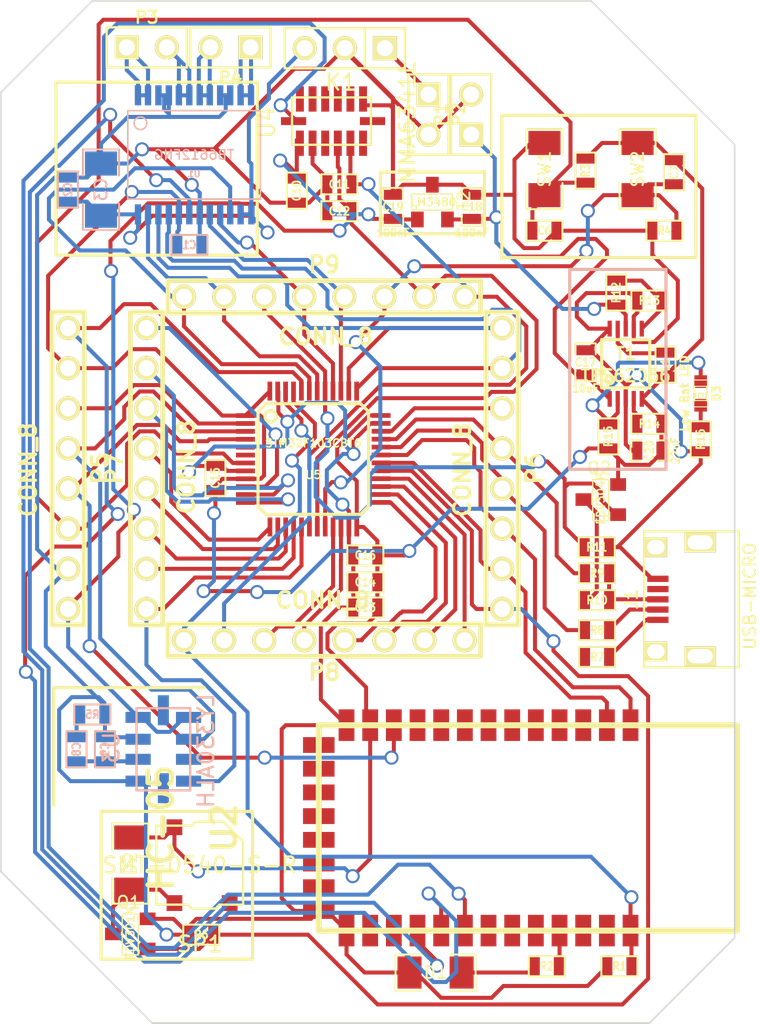
<source format=kicad_pcb>
(kicad_pcb (version 3) (host pcbnew "(2013-june-11)-stable")
  (layers (15 F.Cu signal) (0 B.Cu signal) (18 B.Paste user hide) (19 F.Paste user hide) (20 B.SilkS user hide) (21 F.SilkS user) (22 B.Mask user hide) (23 F.Mask user hide) (28 Edge.Cuts user))
  (net 0 "")
  (net 1 /Accelerometer/3V3)
  (net 2 /Bluetooth/AT_MODE)
  (net 3 /Bluetooth/PIO2)
  (net 4 /Bluetooth/PIO4)
  (net 5 /Buttons/~RST)
  (net 6 /Gyroscope/OUTZ)
  (net 7 /M_VIN)
  (net 8 /Microcontroller/AV-)
  (net 9 /Microcontroller/BOOT0)
  (net 10 /Microcontroller/PA0-WKUP)
  (net 11 /Microcontroller/PA1)
  (net 12 /Microcontroller/PA10)
  (net 13 /Microcontroller/PA11)
  (net 14 /Microcontroller/PA12)
  (net 15 /Microcontroller/PA13)
  (net 16 /Microcontroller/PA2)
  (net 17 /Microcontroller/PA3)
  (net 18 /Microcontroller/PA4)
  (net 19 /Microcontroller/PA5)
  (net 20 /Microcontroller/PA6)
  (net 21 /Microcontroller/PA8)
  (net 22 /Microcontroller/PA9)
  (net 23 /Microcontroller/PB0)
  (net 24 /Microcontroller/PB1)
  (net 25 /Microcontroller/PB10)
  (net 26 /Microcontroller/PB11)
  (net 27 /Microcontroller/PB12)
  (net 28 /Microcontroller/PB13)
  (net 29 /Microcontroller/PB14)
  (net 30 /Microcontroller/PB15)
  (net 31 /Microcontroller/PB2-BOOT1)
  (net 32 /Microcontroller/PB5)
  (net 33 /Microcontroller/PB6)
  (net 34 /Microcontroller/PB7)
  (net 35 /Microcontroller/PB9)
  (net 36 /Microcontroller/PC13-TAMPER-RTC)
  (net 37 /Microcontroller/PC14-OSC32_IN)
  (net 38 /Microcontroller/PC15-OSC32_OUT)
  (net 39 "/Motor driver/AIN1")
  (net 40 "/Motor driver/AIN2")
  (net 41 "/Motor driver/AO1")
  (net 42 "/Motor driver/AO2")
  (net 43 "/Motor driver/BIN1")
  (net 44 "/Motor driver/BIN2")
  (net 45 "/Motor driver/BO1")
  (net 46 "/Motor driver/BO2")
  (net 47 "/Motor driver/VMOT")
  (net 48 /Power/LB)
  (net 49 /Power/PG)
  (net 50 /Power/VIN)
  (net 51 /Usb/3.3V)
  (net 52 /Usb/VUSB)
  (net 53 N-00000100)
  (net 54 N-00000101)
  (net 55 N-0000067)
  (net 56 N-0000073)
  (net 57 N-0000080)
  (net 58 N-0000084)
  (net 59 N-0000086)
  (net 60 N-0000094)
  (net 61 N-0000095)
  (net 62 N-0000096)
  (net 63 N-0000099)
  (module SOT-23_MOS (layer F.Cu) (at 232.918 188.468 90)
    (fp_text reference Q2 (at 1.99898 -0.09906 180) (layer F.SilkS) (effects (font (size 0.762 0.762) (thickness 0.11938))))
    (fp_text value FDV304P (at 0.0635 0 90) (layer F.SilkS) (effects (font (size 0.50038 0.50038) (thickness 0.09906))))
    (pad D smd rect (at 0 -1.09982 90) (size 0.8001 1.00076) (layers F.Cu F.Paste F.Mask) (net 54 N-00000101))
    (pad S smd rect (at 0.9525 1.09982 90) (size 0.8001 1.00076) (layers F.Cu F.Paste F.Mask) (net 51 /Usb/3.3V))
    (pad G smd rect (at -0.9525 1.09982 90) (size 0.8001 1.00076) (layers F.Cu F.Paste F.Mask) (net 32 /Microcontroller/PB5))
  )
  (module SSOP24-P-300.0.65A (layer B.Cu) (at 207.15 166.65)
    (fp_text reference U1 (at 0 1.19888) (layer B.SilkS) (effects (font (size 0.39878 0.39878) (thickness 0.09906)) (justify mirror)))
    (fp_text value TB6612FNG (at 0 0) (layer B.SilkS) (effects (font (size 0.59944 0.59944) (thickness 0.09906)) (justify mirror)))
    (pad 1 smd rect (at -3.556 -3.76682) (size 0.4064 1.27) (layers B.Cu B.Paste B.Mask) (net 41 "/Motor driver/AO1"))
    (pad 2 smd rect (at -2.921 -3.76682) (size 0.4064 1.27) (layers B.Cu B.Paste B.Mask) (net 41 "/Motor driver/AO1"))
    (pad 3 smd rect (at -2.2606 -3.76682) (size 0.4064 1.27) (layers B.Cu B.Paste B.Mask) (net 8 /Microcontroller/AV-))
    (pad 4 smd rect (at -1.6002 -3.76682) (size 0.4064 1.27) (layers B.Cu B.Paste B.Mask) (net 8 /Microcontroller/AV-))
    (pad 5 smd rect (at -0.9652 -3.76682) (size 0.4064 1.27) (layers B.Cu B.Paste B.Mask) (net 42 "/Motor driver/AO2"))
    (pad 6 smd rect (at -0.3048 -3.76682) (size 0.4064 1.27) (layers B.Cu B.Paste B.Mask) (net 42 "/Motor driver/AO2"))
    (pad 7 smd rect (at 0.3556 -3.76682) (size 0.4064 1.27) (layers B.Cu B.Paste B.Mask) (net 46 "/Motor driver/BO2"))
    (pad 8 smd rect (at 0.9906 -3.76682) (size 0.4064 1.27) (layers B.Cu B.Paste B.Mask) (net 46 "/Motor driver/BO2"))
    (pad 9 smd rect (at 1.651 -3.76682) (size 0.4064 1.27) (layers B.Cu B.Paste B.Mask) (net 8 /Microcontroller/AV-))
    (pad 10 smd rect (at 2.286 -3.76682) (size 0.4064 1.27) (layers B.Cu B.Paste B.Mask) (net 8 /Microcontroller/AV-))
    (pad 11 smd rect (at 2.9464 -3.76682) (size 0.4064 1.27) (layers B.Cu B.Paste B.Mask) (net 45 "/Motor driver/BO1"))
    (pad 12 smd rect (at 3.6068 -3.76682) (size 0.4064 1.27) (layers B.Cu B.Paste B.Mask) (net 45 "/Motor driver/BO1"))
    (pad 13 smd rect (at 3.6322 3.76682) (size 0.4064 1.27) (layers B.Cu B.Paste B.Mask) (net 47 "/Motor driver/VMOT"))
    (pad 14 smd rect (at 2.9464 3.76682) (size 0.4064 1.27) (layers B.Cu B.Paste B.Mask) (net 47 "/Motor driver/VMOT"))
    (pad 15 smd rect (at 2.286 3.76682) (size 0.4064 1.27) (layers B.Cu B.Paste B.Mask) (net 34 /Microcontroller/PB7))
    (pad 16 smd rect (at 1.651 3.76682) (size 0.4064 1.27) (layers B.Cu B.Paste B.Mask) (net 44 "/Motor driver/BIN2"))
    (pad 17 smd rect (at 0.9906 3.76682) (size 0.4064 1.27) (layers B.Cu B.Paste B.Mask) (net 43 "/Motor driver/BIN1"))
    (pad 18 smd rect (at 0.3556 3.76682) (size 0.4064 1.27) (layers B.Cu B.Paste B.Mask) (net 8 /Microcontroller/AV-))
    (pad 19 smd rect (at -0.3048 3.76682) (size 0.4064 1.27) (layers B.Cu B.Paste B.Mask) (net 4 /Bluetooth/PIO4))
    (pad 20 smd rect (at -0.9652 3.76682) (size 0.4064 1.27) (layers B.Cu B.Paste B.Mask) (net 51 /Usb/3.3V))
    (pad 21 smd rect (at -1.6002 3.76682) (size 0.4064 1.27) (layers B.Cu B.Paste B.Mask) (net 39 "/Motor driver/AIN1"))
    (pad 22 smd rect (at -2.2606 3.76682) (size 0.4064 1.27) (layers B.Cu B.Paste B.Mask) (net 40 "/Motor driver/AIN2"))
    (pad 23 smd rect (at -2.921 3.76682) (size 0.4064 1.27) (layers B.Cu B.Paste B.Mask) (net 33 /Microcontroller/PB6))
    (pad 24 smd rect (at -3.556 3.76682) (size 0.4064 1.27) (layers B.Cu B.Paste B.Mask) (net 47 "/Motor driver/VMOT"))
  )
  (module SMT-0540-S-R (layer F.Cu) (at 207.504 211.604)
    (fp_text reference SP1 (at 0 5) (layer F.SilkS))
    (fp_text value SMT-0540-S-R (at 0 0) (layer F.SilkS))
    (pad 1 smd rect (at -1.6 -2.4) (size 1 1) (layers F.Cu F.Paste F.Mask) (net 51 /Usb/3.3V))
    (pad 2 smd rect (at -1.6 2.4) (size 1 1) (layers F.Cu F.Paste F.Mask) (net 59 N-0000086))
    (pad 3 smd rect (at 1.9 2.4) (size 1 1) (layers F.Cu F.Paste F.Mask))
  )
  (module SM1206 (layer F.Cu) (at 235.25 167.55 270)
    (fp_text reference SW2 (at 0 0 270) (layer F.SilkS) (effects (font (size 0.762 0.762) (thickness 0.127))))
    (fp_text value B3U-1000P hide)
    (pad 1 smd rect (at -1.651 0 270) (size 1.524 2.032) (layers F.Cu F.Paste F.Mask) (net 51 /Usb/3.3V))
    (pad 2 smd rect (at 1.651 0 270) (size 1.524 2.032) (layers F.Cu F.Paste F.Mask) (net 31 /Microcontroller/PB2-BOOT1))
  )
  (module SM1206 (layer F.Cu) (at 229.35 167.55 90)
    (fp_text reference SW1 (at 0 0 90) (layer F.SilkS) (effects (font (size 0.762 0.762) (thickness 0.127))))
    (fp_text value B3U-1000P hide)
    (pad 1 smd rect (at -1.651 0 90) (size 1.524 2.032) (layers F.Cu F.Paste F.Mask) (net 5 /Buttons/~RST))
    (pad 2 smd rect (at 1.651 0 90) (size 1.524 2.032) (layers F.Cu F.Paste F.Mask) (net 8 /Microcontroller/AV-))
  )
  (module SM0603 (layer F.Cu) (at 239.25 184.65 270)
    (fp_text reference R16 (at 0 0 270) (layer F.SilkS) (effects (font (size 0.508 0.4572) (thickness 0.1143))))
    (fp_text value 470 hide)
    (pad 1 smd rect (at -0.762 0 270) (size 0.635 1.143) (layers F.Cu F.Paste F.Mask) (net 61 N-0000095))
    (pad 2 smd rect (at 0.762 0 270) (size 0.635 1.143) (layers F.Cu F.Paste F.Mask) (net 8 /Microcontroller/AV-))
  )
  (module SM0603 (layer F.Cu) (at 232.684 196.73 180)
    (fp_text reference R8 (at 0 0 180) (layer F.SilkS) (effects (font (size 0.508 0.4572) (thickness 0.1143))))
    (fp_text value 22 hide)
    (pad 1 smd rect (at -0.762 0 180) (size 0.635 1.143) (layers F.Cu F.Paste F.Mask) (net 63 N-0000099))
    (pad 2 smd rect (at 0.762 0 180) (size 0.635 1.143) (layers F.Cu F.Paste F.Mask) (net 13 /Microcontroller/PA11))
  )
  (module SM0603 (layer F.Cu) (at 232.684 194.83 180)
    (fp_text reference R10 (at 0 0 180) (layer F.SilkS) (effects (font (size 0.508 0.4572) (thickness 0.1143))))
    (fp_text value 1.5k hide)
    (pad 1 smd rect (at -0.762 0 180) (size 0.635 1.143) (layers F.Cu F.Paste F.Mask) (net 53 N-00000100))
    (pad 2 smd rect (at 0.762 0 180) (size 0.635 1.143) (layers F.Cu F.Paste F.Mask) (net 54 N-00000101))
  )
  (module SM0603 (layer F.Cu) (at 232.684 193.13 180)
    (fp_text reference R9 (at 0 0 180) (layer F.SilkS) (effects (font (size 0.508 0.4572) (thickness 0.1143))))
    (fp_text value 22 hide)
    (pad 1 smd rect (at -0.762 0 180) (size 0.635 1.143) (layers F.Cu F.Paste F.Mask) (net 53 N-00000100))
    (pad 2 smd rect (at 0.762 0 180) (size 0.635 1.143) (layers F.Cu F.Paste F.Mask) (net 14 /Microcontroller/PA12))
  )
  (module SM0603 (layer F.Cu) (at 233.4 184.47 90)
    (fp_text reference R15 (at 0 0 90) (layer F.SilkS) (effects (font (size 0.508 0.4572) (thickness 0.1143))))
    (fp_text value 1M hide)
    (pad 1 smd rect (at -0.762 0 90) (size 0.635 1.143) (layers F.Cu F.Paste F.Mask) (net 51 /Usb/3.3V))
    (pad 2 smd rect (at 0.762 0 90) (size 0.635 1.143) (layers F.Cu F.Paste F.Mask) (net 48 /Power/LB))
  )
  (module SM0603 (layer F.Cu) (at 236 183.67 180)
    (fp_text reference R14 (at 0 0 180) (layer F.SilkS) (effects (font (size 0.508 0.4572) (thickness 0.1143))))
    (fp_text value 1M hide)
    (pad 1 smd rect (at -0.762 0 180) (size 0.635 1.143) (layers F.Cu F.Paste F.Mask) (net 51 /Usb/3.3V))
    (pad 2 smd rect (at 0.762 0 180) (size 0.635 1.143) (layers F.Cu F.Paste F.Mask) (net 49 /Power/PG))
  )
  (module SM0603 (layer F.Cu) (at 237.02 179.93 270)
    (fp_text reference L1 (at 0 0 270) (layer F.SilkS) (effects (font (size 0.508 0.4572) (thickness 0.1143))))
    (fp_text value 10uF hide)
    (pad 1 smd rect (at -0.762 0 270) (size 0.635 1.143) (layers F.Cu F.Paste F.Mask) (net 62 N-0000096))
    (pad 2 smd rect (at 0.762 0 270) (size 0.635 1.143) (layers F.Cu F.Paste F.Mask) (net 51 /Usb/3.3V))
  )
  (module SM0603 (layer F.Cu) (at 236 175.87 180)
    (fp_text reference R13 (at 0 0 180) (layer F.SilkS) (effects (font (size 0.508 0.4572) (thickness 0.1143))))
    (fp_text value 100k hide)
    (pad 1 smd rect (at -0.762 0 180) (size 0.635 1.143) (layers F.Cu F.Paste F.Mask) (net 60 N-0000094))
    (pad 2 smd rect (at 0.762 0 180) (size 0.635 1.143) (layers F.Cu F.Paste F.Mask) (net 8 /Microcontroller/AV-))
  )
  (module SM0603 (layer F.Cu) (at 232.664 191.48 180)
    (fp_text reference R11 (at 0 0 180) (layer F.SilkS) (effects (font (size 0.508 0.4572) (thickness 0.1143))))
    (fp_text value 10k hide)
    (pad 1 smd rect (at -0.762 0 180) (size 0.635 1.143) (layers F.Cu F.Paste F.Mask) (net 8 /Microcontroller/AV-))
    (pad 2 smd rect (at 0.762 0 180) (size 0.635 1.143) (layers F.Cu F.Paste F.Mask) (net 32 /Microcontroller/PB5))
  )
  (module SM0603 (layer F.Cu) (at 232.684 198.43 180)
    (fp_text reference R7 (at 0 0 180) (layer F.SilkS) (effects (font (size 0.508 0.4572) (thickness 0.1143))))
    (fp_text value 22 hide)
    (pad 1 smd rect (at -0.762 0 180) (size 0.635 1.143) (layers F.Cu F.Paste F.Mask) (net 52 /Usb/VUSB))
    (pad 2 smd rect (at 0.762 0 180) (size 0.635 1.143) (layers F.Cu F.Paste F.Mask))
  )
  (module SM0603 (layer F.Cu) (at 233.9 175.37 90)
    (fp_text reference R12 (at 0 0 90) (layer F.SilkS) (effects (font (size 0.508 0.4572) (thickness 0.1143))))
    (fp_text value 180k hide)
    (pad 1 smd rect (at -0.762 0 90) (size 0.635 1.143) (layers F.Cu F.Paste F.Mask) (net 50 /Power/VIN))
    (pad 2 smd rect (at 0.762 0 90) (size 0.635 1.143) (layers F.Cu F.Paste F.Mask) (net 60 N-0000094))
  )
  (module SM0603 (layer F.Cu) (at 229.5 218 180)
    (fp_text reference R2 (at 0 0 180) (layer F.SilkS) (effects (font (size 0.508 0.4572) (thickness 0.1143))))
    (fp_text value 470 hide)
    (pad 1 smd rect (at -0.762 0 180) (size 0.635 1.143) (layers F.Cu F.Paste F.Mask) (net 55 N-0000067))
    (pad 2 smd rect (at 0.762 0 180) (size 0.635 1.143) (layers F.Cu F.Paste F.Mask) (net 56 N-0000073))
  )
  (module SM0603 (layer F.Cu) (at 234.1 218 180)
    (fp_text reference R1 (at 0 0 180) (layer F.SilkS) (effects (font (size 0.508 0.4572) (thickness 0.1143))))
    (fp_text value 100K hide)
    (pad 1 smd rect (at -0.762 0 180) (size 0.635 1.143) (layers F.Cu F.Paste F.Mask) (net 2 /Bluetooth/AT_MODE))
    (pad 2 smd rect (at 0.762 0 180) (size 0.635 1.143) (layers F.Cu F.Paste F.Mask) (net 8 /Microcontroller/AV-))
  )
  (module SM0603 (layer F.Cu) (at 231.95 167.65 270)
    (fp_text reference R3 (at 0 0 270) (layer F.SilkS) (effects (font (size 0.508 0.4572) (thickness 0.1143))))
    (fp_text value 100k hide)
    (pad 1 smd rect (at -0.762 0 270) (size 0.635 1.143) (layers F.Cu F.Paste F.Mask) (net 51 /Usb/3.3V))
    (pad 2 smd rect (at 0.762 0 270) (size 0.635 1.143) (layers F.Cu F.Paste F.Mask) (net 5 /Buttons/~RST))
  )
  (module SM0603 (layer F.Cu) (at 236.95 171.45 180)
    (fp_text reference R4 (at 0 0 180) (layer F.SilkS) (effects (font (size 0.508 0.4572) (thickness 0.1143))))
    (fp_text value 100k hide)
    (pad 1 smd rect (at -0.762 0 180) (size 0.635 1.143) (layers F.Cu F.Paste F.Mask) (net 31 /Microcontroller/PB2-BOOT1))
    (pad 2 smd rect (at 0.762 0 180) (size 0.635 1.143) (layers F.Cu F.Paste F.Mask) (net 8 /Microcontroller/AV-))
  )
  (module SM0603 (layer B.Cu) (at 200.7 202.07)
    (fp_text reference R5 (at 0 0) (layer B.SilkS) (effects (font (size 0.508 0.4572) (thickness 0.1143)) (justify mirror)))
    (fp_text value 10k hide)
    (pad 1 smd rect (at -0.762 0) (size 0.635 1.143) (layers B.Cu B.Paste B.Mask) (net 58 N-0000084))
    (pad 2 smd rect (at 0.762 0) (size 0.635 1.143) (layers B.Cu B.Paste B.Mask) (net 8 /Microcontroller/AV-))
  )
  (module SM0603 (layer F.Cu) (at 207.604 216.004 180)
    (fp_text reference R6 (at 0 0 180) (layer F.SilkS) (effects (font (size 0.508 0.4572) (thickness 0.1143))))
    (fp_text value 47k hide)
    (pad 1 smd rect (at -0.762 0 180) (size 0.635 1.143) (layers F.Cu F.Paste F.Mask) (net 21 /Microcontroller/PA8))
    (pad 2 smd rect (at 0.762 0 180) (size 0.635 1.143) (layers F.Cu F.Paste F.Mask) (net 8 /Microcontroller/AV-))
  )
  (module PIN_ARRAY_3X1 (layer F.Cu) (at 216.7 159.9 180)
    (fp_text reference K1 (at 0.254 -2.159 180) (layer F.SilkS) (effects (font (size 1.016 1.016) (thickness 0.1524))))
    (fp_text value MOTOR_CONV hide)
    (pad 1 thru_hole rect (at -2.54 0 180) (size 1.524 1.524) (drill 1.016) (layers *.Cu *.Mask F.SilkS) (net 7 /M_VIN))
    (pad 2 thru_hole circle (at 0 0 180) (size 1.524 1.524) (drill 1.016) (layers *.Cu *.Mask F.SilkS) (net 8 /Microcontroller/AV-))
    (pad 3 thru_hole circle (at 2.54 0 180) (size 1.524 1.524) (drill 1.016) (layers *.Cu *.Mask F.SilkS) (net 47 "/Motor driver/VMOT"))
  )
  (module PIN_ARRAY_2X1 (layer F.Cu) (at 204.15 159.85)
    (fp_text reference P3 (at 0 -1.905) (layer F.SilkS) (effects (font (size 0.762 0.762) (thickness 0.1524))))
    (fp_text value MOTOR_A hide)
    (pad 1 thru_hole rect (at -1.27 0) (size 1.524 1.524) (drill 1.016) (layers *.Cu *.Mask F.SilkS) (net 41 "/Motor driver/AO1"))
    (pad 2 thru_hole circle (at 1.27 0) (size 1.524 1.524) (drill 1.016) (layers *.Cu *.Mask F.SilkS) (net 42 "/Motor driver/AO2"))
  )
  (module PIN_ARRAY_2X1 (layer F.Cu) (at 224.7 164.1 90)
    (fp_text reference P1 (at 0 -1.905 90) (layer F.SilkS) (effects (font (size 0.762 0.762) (thickness 0.1524))))
    (fp_text value LOGIC_BAT hide)
    (pad 1 thru_hole rect (at -1.27 0 90) (size 1.524 1.524) (drill 1.016) (layers *.Cu *.Mask F.SilkS) (net 50 /Power/VIN))
    (pad 2 thru_hole circle (at 1.27 0 90) (size 1.524 1.524) (drill 1.016) (layers *.Cu *.Mask F.SilkS) (net 8 /Microcontroller/AV-))
  )
  (module PIN_ARRAY_2X1 (layer F.Cu) (at 209.45 159.85 180)
    (fp_text reference P4 (at 0 -1.905 180) (layer F.SilkS) (effects (font (size 0.762 0.762) (thickness 0.1524))))
    (fp_text value MOTOR_B hide)
    (pad 1 thru_hole rect (at -1.27 0 180) (size 1.524 1.524) (drill 1.016) (layers *.Cu *.Mask F.SilkS) (net 45 "/Motor driver/BO1"))
    (pad 2 thru_hole circle (at 1.27 0 180) (size 1.524 1.524) (drill 1.016) (layers *.Cu *.Mask F.SilkS) (net 46 "/Motor driver/BO2"))
  )
  (module PIN_ARRAY_2X1 (layer F.Cu) (at 222 164.1 270)
    (fp_text reference P2 (at 0 -1.905 270) (layer F.SilkS) (effects (font (size 0.762 0.762) (thickness 0.1524))))
    (fp_text value MOTOR_BAT hide)
    (pad 1 thru_hole rect (at -1.27 0 270) (size 1.524 1.524) (drill 1.016) (layers *.Cu *.Mask F.SilkS) (net 7 /M_VIN))
    (pad 2 thru_hole circle (at 1.27 0 270) (size 1.524 1.524) (drill 1.016) (layers *.Cu *.Mask F.SilkS) (net 8 /Microcontroller/AV-))
  )
  (module LQFP48 (layer F.Cu) (at 214.7 185.9)
    (fp_text reference U5 (at 0 1.00076) (layer F.SilkS) (effects (font (size 0.50038 0.50038) (thickness 0.09906))))
    (fp_text value STM32F103CBT6 (at 0 -1.00076) (layer F.SilkS) (effects (font (size 0.50038 0.50038) (thickness 0.09906))))
    (pad 1 smd rect (at -4.29768 -2.74828) (size 1.19888 0.29972) (layers F.Cu F.Paste F.Mask) (net 51 /Usb/3.3V))
    (pad 2 smd rect (at -4.29768 -2.2479) (size 1.19888 0.29972) (layers F.Cu F.Paste F.Mask) (net 36 /Microcontroller/PC13-TAMPER-RTC))
    (pad 3 smd rect (at -4.29768 -1.75006) (size 1.19888 0.29972) (layers F.Cu F.Paste F.Mask) (net 37 /Microcontroller/PC14-OSC32_IN))
    (pad 4 smd rect (at -4.29768 -1.24968) (size 1.19888 0.29972) (layers F.Cu F.Paste F.Mask) (net 38 /Microcontroller/PC15-OSC32_OUT))
    (pad 5 smd rect (at -4.29768 -0.7493) (size 1.19888 0.29972) (layers F.Cu F.Paste F.Mask))
    (pad 6 smd rect (at -4.29768 -0.24892) (size 1.19888 0.29972) (layers F.Cu F.Paste F.Mask))
    (pad 7 smd rect (at -4.29768 0.25146) (size 1.19888 0.29972) (layers F.Cu F.Paste F.Mask) (net 5 /Buttons/~RST))
    (pad 8 smd rect (at -4.29768 0.75184) (size 1.19888 0.29972) (layers F.Cu F.Paste F.Mask) (net 8 /Microcontroller/AV-))
    (pad 9 smd rect (at -4.29768 1.25222) (size 1.19888 0.29972) (layers F.Cu F.Paste F.Mask) (net 51 /Usb/3.3V))
    (pad 10 smd rect (at -4.29768 1.75006) (size 1.19888 0.29972) (layers F.Cu F.Paste F.Mask) (net 10 /Microcontroller/PA0-WKUP))
    (pad 11 smd rect (at -4.29768 2.25044) (size 1.19888 0.29972) (layers F.Cu F.Paste F.Mask) (net 11 /Microcontroller/PA1))
    (pad 12 smd rect (at -4.29768 2.75082) (size 1.19888 0.29972) (layers F.Cu F.Paste F.Mask) (net 16 /Microcontroller/PA2))
    (pad 25 smd rect (at 4.30022 2.74574) (size 1.19888 0.29972) (layers F.Cu F.Paste F.Mask) (net 27 /Microcontroller/PB12))
    (pad 26 smd rect (at 4.30022 2.24536) (size 1.19888 0.29972) (layers F.Cu F.Paste F.Mask) (net 28 /Microcontroller/PB13))
    (pad 27 smd rect (at 4.30022 1.74498) (size 1.19888 0.29972) (layers F.Cu F.Paste F.Mask) (net 29 /Microcontroller/PB14))
    (pad 28 smd rect (at 4.30022 1.2446) (size 1.19888 0.29972) (layers F.Cu F.Paste F.Mask) (net 30 /Microcontroller/PB15))
    (pad 29 smd rect (at 4.30022 0.74422) (size 1.19888 0.29972) (layers F.Cu F.Paste F.Mask) (net 21 /Microcontroller/PA8))
    (pad 30 smd rect (at 4.30022 0.24384) (size 1.19888 0.29972) (layers F.Cu F.Paste F.Mask) (net 22 /Microcontroller/PA9))
    (pad 31 smd rect (at 4.30022 -0.254) (size 1.19888 0.29972) (layers F.Cu F.Paste F.Mask) (net 12 /Microcontroller/PA10))
    (pad 32 smd rect (at 4.30022 -0.75438) (size 1.19888 0.29972) (layers F.Cu F.Paste F.Mask) (net 13 /Microcontroller/PA11))
    (pad 33 smd rect (at 4.30022 -1.25476) (size 1.19888 0.29972) (layers F.Cu F.Paste F.Mask) (net 14 /Microcontroller/PA12))
    (pad 34 smd rect (at 4.30022 -1.75514) (size 1.19888 0.29972) (layers F.Cu F.Paste F.Mask) (net 15 /Microcontroller/PA13))
    (pad 35 smd rect (at 4.30022 -2.25552) (size 1.19888 0.29972) (layers F.Cu F.Paste F.Mask) (net 8 /Microcontroller/AV-))
    (pad 36 smd rect (at 4.30022 -2.7559) (size 1.19888 0.29972) (layers F.Cu F.Paste F.Mask) (net 51 /Usb/3.3V))
    (pad 13 smd rect (at -2.7432 4.30022 90) (size 1.19888 0.29972) (layers F.Cu F.Paste F.Mask) (net 17 /Microcontroller/PA3))
    (pad 14 smd rect (at -2.24536 4.30022 90) (size 1.19888 0.29972) (layers F.Cu F.Paste F.Mask) (net 18 /Microcontroller/PA4))
    (pad 15 smd rect (at -1.74498 4.30022 90) (size 1.19888 0.29972) (layers F.Cu F.Paste F.Mask) (net 19 /Microcontroller/PA5))
    (pad 16 smd rect (at -1.2446 4.30022 90) (size 1.19888 0.29972) (layers F.Cu F.Paste F.Mask) (net 20 /Microcontroller/PA6))
    (pad 17 smd rect (at -0.74422 4.30022 90) (size 1.19888 0.29972) (layers F.Cu F.Paste F.Mask) (net 6 /Gyroscope/OUTZ))
    (pad 18 smd rect (at -0.24384 4.30022 90) (size 1.19888 0.29972) (layers F.Cu F.Paste F.Mask) (net 23 /Microcontroller/PB0))
    (pad 19 smd rect (at 0.25654 4.30022 90) (size 1.19888 0.29972) (layers F.Cu F.Paste F.Mask) (net 24 /Microcontroller/PB1))
    (pad 20 smd rect (at 0.75692 4.30022 90) (size 1.19888 0.29972) (layers F.Cu F.Paste F.Mask) (net 31 /Microcontroller/PB2-BOOT1))
    (pad 21 smd rect (at 1.25476 4.30022 90) (size 1.19888 0.29972) (layers F.Cu F.Paste F.Mask) (net 25 /Microcontroller/PB10))
    (pad 22 smd rect (at 1.75514 4.30022 90) (size 1.19888 0.29972) (layers F.Cu F.Paste F.Mask) (net 26 /Microcontroller/PB11))
    (pad 23 smd rect (at 2.25552 4.30022 90) (size 1.19888 0.29972) (layers F.Cu F.Paste F.Mask) (net 8 /Microcontroller/AV-))
    (pad 24 smd rect (at 2.7559 4.30022 90) (size 1.19888 0.29972) (layers F.Cu F.Paste F.Mask) (net 51 /Usb/3.3V))
    (pad 37 smd rect (at 2.74828 -4.29768 90) (size 1.19888 0.29972) (layers F.Cu F.Paste F.Mask) (net 39 "/Motor driver/AIN1"))
    (pad 38 smd rect (at 2.2479 -4.29768 90) (size 1.19888 0.29972) (layers F.Cu F.Paste F.Mask) (net 40 "/Motor driver/AIN2"))
    (pad 39 smd rect (at 1.74752 -4.29768 90) (size 1.19888 0.29972) (layers F.Cu F.Paste F.Mask) (net 43 "/Motor driver/BIN1"))
    (pad 40 smd rect (at 1.24714 -4.29768 90) (size 1.19888 0.29972) (layers F.Cu F.Paste F.Mask) (net 44 "/Motor driver/BIN2"))
    (pad 41 smd rect (at 0.7493 -4.29768 90) (size 1.19888 0.29972) (layers F.Cu F.Paste F.Mask) (net 32 /Microcontroller/PB5))
    (pad 42 smd rect (at 0.24892 -4.29768 90) (size 1.19888 0.29972) (layers F.Cu F.Paste F.Mask) (net 33 /Microcontroller/PB6))
    (pad 43 smd rect (at -0.25146 -4.29768 90) (size 1.19888 0.29972) (layers F.Cu F.Paste F.Mask) (net 34 /Microcontroller/PB7))
    (pad 44 smd rect (at -0.75184 -4.29768 90) (size 1.19888 0.29972) (layers F.Cu F.Paste F.Mask) (net 9 /Microcontroller/BOOT0))
    (pad 45 smd rect (at -1.25222 -4.29768 90) (size 1.19888 0.29972) (layers F.Cu F.Paste F.Mask) (net 2 /Bluetooth/AT_MODE))
    (pad 46 smd rect (at -1.7526 -4.29768 90) (size 1.19888 0.29972) (layers F.Cu F.Paste F.Mask) (net 35 /Microcontroller/PB9))
    (pad 47 smd rect (at -2.25298 -4.29768 90) (size 1.19888 0.29972) (layers F.Cu F.Paste F.Mask) (net 8 /Microcontroller/AV-))
    (pad 48 smd rect (at -2.75082 -4.29768 90) (size 1.19888 0.29972) (layers F.Cu F.Paste F.Mask) (net 51 /Usb/3.3V))
  )
  (module LED-0603 (layer F.Cu) (at 239.25 181.75 270)
    (fp_text reference D3 (at 0 -1.016 270) (layer F.SilkS) (effects (font (size 0.508 0.508) (thickness 0.127))))
    (fp_text value "Low Bat LED" (at 0 1.016 270) (layer F.SilkS) (effects (font (size 0.508 0.508) (thickness 0.127))))
    (pad 1 smd rect (at -0.7493 0 270) (size 0.79756 0.79756) (layers F.Cu F.Paste F.Mask) (net 48 /Power/LB))
    (pad 2 smd rect (at 0.7493 0 270) (size 0.79756 0.79756) (layers F.Cu F.Paste F.Mask) (net 61 N-0000095))
  )
  (module SM0603_Capa (layer F.Cu) (at 231.95 179.78 90)
    (fp_text reference C17 (at 0 0 180) (layer F.SilkS) (effects (font (size 0.508 0.4572) (thickness 0.1143))))
    (fp_text value 10uF (at -1.651 0 180) (layer F.SilkS) (effects (font (size 0.508 0.4572) (thickness 0.1143))))
    (pad 1 smd rect (at -0.762 0 90) (size 0.635 1.143) (layers F.Cu F.Paste F.Mask) (net 50 /Power/VIN))
    (pad 2 smd rect (at 0.762 0 90) (size 0.635 1.143) (layers F.Cu F.Paste F.Mask) (net 8 /Microcontroller/AV-))
  )
  (module SM0603_Capa (layer F.Cu) (at 224.75 169.94 90)
    (fp_text reference C18 (at 0 0 180) (layer F.SilkS) (effects (font (size 0.508 0.4572) (thickness 0.1143))))
    (fp_text value 100nF (at -1.651 0 180) (layer F.SilkS) (effects (font (size 0.508 0.4572) (thickness 0.1143))))
    (pad 1 smd rect (at -0.762 0 90) (size 0.635 1.143) (layers F.Cu F.Paste F.Mask) (net 50 /Power/VIN))
    (pad 2 smd rect (at 0.762 0 90) (size 0.635 1.143) (layers F.Cu F.Paste F.Mask) (net 8 /Microcontroller/AV-))
  )
  (module SM0603_Capa (layer F.Cu) (at 219.75 169.94 90)
    (fp_text reference C19 (at 0 0 180) (layer F.SilkS) (effects (font (size 0.508 0.4572) (thickness 0.1143))))
    (fp_text value 100nF (at -1.651 0 180) (layer F.SilkS) (effects (font (size 0.508 0.4572) (thickness 0.1143))))
    (pad 1 smd rect (at -0.762 0 90) (size 0.635 1.143) (layers F.Cu F.Paste F.Mask) (net 1 /Accelerometer/3V3))
    (pad 2 smd rect (at 0.762 0 90) (size 0.635 1.143) (layers F.Cu F.Paste F.Mask) (net 8 /Microcontroller/AV-))
  )
  (module SM0603_Capa (layer F.Cu) (at 236 185.37 180)
    (fp_text reference C20 (at 0 0 270) (layer F.SilkS) (effects (font (size 0.508 0.4572) (thickness 0.1143))))
    (fp_text value 22uF (at -1.651 0 270) (layer F.SilkS) (effects (font (size 0.508 0.4572) (thickness 0.1143))))
    (pad 1 smd rect (at -0.762 0 180) (size 0.635 1.143) (layers F.Cu F.Paste F.Mask) (net 51 /Usb/3.3V))
    (pad 2 smd rect (at 0.762 0 180) (size 0.635 1.143) (layers F.Cu F.Paste F.Mask) (net 8 /Microcontroller/AV-))
  )
  (module SM1206 (layer F.Cu) (at 203.104 211.504 90)
    (fp_text reference D2 (at 0 0 90) (layer F.SilkS) (effects (font (size 0.762 0.762) (thickness 0.127))))
    (fp_text value DIODE hide)
    (pad 1 smd rect (at -1.651 0 90) (size 1.524 2.032) (layers F.Cu F.Paste F.Mask) (net 59 N-0000086))
    (pad 2 smd rect (at 1.651 0 90) (size 1.524 2.032) (layers F.Cu F.Paste F.Mask) (net 51 /Usb/3.3V))
  )
  (module SM1206 (layer F.Cu) (at 222.45 218.4 180)
    (fp_text reference D1 (at 0 0 180) (layer F.SilkS) (effects (font (size 0.762 0.762) (thickness 0.127))))
    (fp_text value "Work mode LED" hide)
    (pad 1 smd rect (at -1.651 0 180) (size 1.524 2.032) (layers F.Cu F.Paste F.Mask) (net 56 N-0000073))
    (pad 2 smd rect (at 1.651 0 180) (size 1.524 2.032) (layers F.Cu F.Paste F.Mask) (net 8 /Microcontroller/AV-))
  )
  (module HC-0X (layer F.Cu) (at 224.05 209.25 270)
    (fp_text reference U2 (at 0 15.00124 270) (layer F.SilkS) (effects (font (size 1.524 1.524) (thickness 0.3048))))
    (fp_text value HC-05 (at 0 18.9992 270) (layer F.SilkS) (effects (font (size 1.524 1.524) (thickness 0.3048))))
    (pad 9 smd rect (at -6.50494 1.2446) (size 1.00076 1.99898) (layers F.Cu F.Paste F.Mask))
    (pad 8 smd rect (at -6.50494 -0.25654) (size 1.00076 1.99898) (layers F.Cu F.Paste F.Mask))
    (pad 10 smd rect (at -6.50494 2.7432) (size 1.00076 1.99898) (layers F.Cu F.Paste F.Mask))
    (pad 11 smd rect (at -6.50494 4.24434) (size 1.00076 1.99898) (layers F.Cu F.Paste F.Mask) (net 38 /Microcontroller/PC15-OSC32_OUT))
    (pad 7 smd rect (at -6.50494 -1.75514) (size 1.00076 1.99898) (layers F.Cu F.Paste F.Mask))
    (pad 6 smd rect (at -6.50494 -3.25628) (size 1.00076 1.99898) (layers F.Cu F.Paste F.Mask))
    (pad 5 smd rect (at -6.50494 -4.75488) (size 1.00076 1.99898) (layers F.Cu F.Paste F.Mask))
    (pad 13 smd rect (at -6.50494 7.24154) (size 1.00076 1.99898) (layers F.Cu F.Paste F.Mask) (net 8 /Microcontroller/AV-))
    (pad 12 smd rect (at -6.50494 5.74294) (size 1.00076 1.99898) (layers F.Cu F.Paste F.Mask) (net 51 /Usb/3.3V))
    (pad 1 smd rect (at -6.50494 -10.75436) (size 1.00076 1.99898) (layers F.Cu F.Paste F.Mask) (net 12 /Microcontroller/PA10))
    (pad 2 smd rect (at -6.50494 -9.25576) (size 1.00076 1.99898) (layers F.Cu F.Paste F.Mask) (net 22 /Microcontroller/PA9))
    (pad 3 smd rect (at -6.50494 -7.75462) (size 1.00076 1.99898) (layers F.Cu F.Paste F.Mask))
    (pad 4 smd rect (at -6.50494 -6.25602) (size 1.00076 1.99898) (layers F.Cu F.Paste F.Mask))
    (pad 31 smd rect (at 6.49478 -6.25602) (size 1.00076 1.99898) (layers F.Cu F.Paste F.Mask) (net 55 N-0000067))
    (pad 32 smd rect (at 6.49478 -7.75462) (size 1.00076 1.99898) (layers F.Cu F.Paste F.Mask))
    (pad 33 smd rect (at 6.49478 -9.25576) (size 1.00076 1.99898) (layers F.Cu F.Paste F.Mask))
    (pad 34 smd rect (at 6.49478 -10.75436) (size 1.00076 1.99898) (layers F.Cu F.Paste F.Mask) (net 2 /Bluetooth/AT_MODE))
    (pad 23 smd rect (at 6.49478 5.74294) (size 1.00076 1.99898) (layers F.Cu F.Paste F.Mask))
    (pad 22 smd rect (at 6.49478 7.24154) (size 1.00076 1.99898) (layers F.Cu F.Paste F.Mask) (net 8 /Microcontroller/AV-))
    (pad 30 smd rect (at 6.49478 -4.75488) (size 1.00076 1.99898) (layers F.Cu F.Paste F.Mask))
    (pad 29 smd rect (at 6.49478 -3.25628) (size 1.00076 1.99898) (layers F.Cu F.Paste F.Mask))
    (pad 28 smd rect (at 6.49478 -1.75514) (size 1.00076 1.99898) (layers F.Cu F.Paste F.Mask))
    (pad 24 smd rect (at 6.49478 4.24434) (size 1.00076 1.99898) (layers F.Cu F.Paste F.Mask))
    (pad 25 smd rect (at 6.49478 2.7432) (size 1.00076 1.99898) (layers F.Cu F.Paste F.Mask) (net 3 /Bluetooth/PIO2))
    (pad 27 smd rect (at 6.49478 -0.25654) (size 1.00076 1.99898) (layers F.Cu F.Paste F.Mask) (net 4 /Bluetooth/PIO4))
    (pad 21 smd rect (at 5.25272 8.99922 270) (size 1.00076 1.99898) (layers F.Cu F.Paste F.Mask) (net 8 /Microcontroller/AV-))
    (pad 18 smd rect (at 0.75184 8.99922 270) (size 1.00076 1.99898) (layers F.Cu F.Paste F.Mask))
    (pad 19 smd rect (at 2.25044 8.99922 270) (size 1.00076 1.99898) (layers F.Cu F.Paste F.Mask))
    (pad 20 smd rect (at 3.75158 8.99922 270) (size 1.00076 1.99898) (layers F.Cu F.Paste F.Mask))
    (pad 17 smd rect (at -0.7493 8.99922 270) (size 1.00076 1.99898) (layers F.Cu F.Paste F.Mask))
    (pad 16 smd rect (at -2.25044 8.99922 270) (size 1.00076 1.99898) (layers F.Cu F.Paste F.Mask))
    (pad 14 smd rect (at -5.25018 8.99922 270) (size 1.00076 1.99898) (layers F.Cu F.Paste F.Mask))
    (pad 15 smd rect (at -3.74904 8.99922 270) (size 1.00076 1.99898) (layers F.Cu F.Paste F.Mask))
    (pad 26 smd rect (at 6.49478 1.2446) (size 1.00076 1.99898) (layers F.Cu F.Paste F.Mask) (net 9 /Microcontroller/BOOT0))
  )
  (module SM0603 (layer F.Cu) (at 213.655 168.915 90)
    (fp_text reference C10 (at 0 0 90) (layer F.SilkS) (effects (font (size 0.508 0.4572) (thickness 0.1143))))
    (fp_text value 3.3nF hide)
    (pad 1 smd rect (at -0.762 0 90) (size 0.635 1.143) (layers F.Cu F.Paste F.Mask) (net 8 /Microcontroller/AV-))
    (pad 2 smd rect (at 0.762 0 90) (size 0.635 1.143) (layers F.Cu F.Paste F.Mask) (net 1 /Accelerometer/3V3))
  )
  (module SM0603 (layer F.Cu) (at 216.355 170.215 180)
    (fp_text reference C12 (at 0 0 180) (layer F.SilkS) (effects (font (size 0.508 0.4572) (thickness 0.1143))))
    (fp_text value 3.3nF hide)
    (pad 1 smd rect (at -0.762 0 180) (size 0.635 1.143) (layers F.Cu F.Paste F.Mask) (net 24 /Microcontroller/PB1))
    (pad 2 smd rect (at 0.762 0 180) (size 0.635 1.143) (layers F.Cu F.Paste F.Mask) (net 8 /Microcontroller/AV-))
  )
  (module SM0603 (layer F.Cu) (at 216.355 168.515 180)
    (fp_text reference C11 (at 0 0 180) (layer F.SilkS) (effects (font (size 0.508 0.4572) (thickness 0.1143))))
    (fp_text value 3.3nF hide)
    (pad 1 smd rect (at -0.762 0 180) (size 0.635 1.143) (layers F.Cu F.Paste F.Mask) (net 23 /Microcontroller/PB0))
    (pad 2 smd rect (at 0.762 0 180) (size 0.635 1.143) (layers F.Cu F.Paste F.Mask) (net 8 /Microcontroller/AV-))
  )
  (module SM0603 (layer B.Cu) (at 201.5 204.27 90)
    (fp_text reference C9 (at 0 0 90) (layer B.SilkS) (effects (font (size 0.508 0.4572) (thickness 0.1143)) (justify mirror)))
    (fp_text value 10nF hide)
    (pad 1 smd rect (at -0.762 0 90) (size 0.635 1.143) (layers B.Cu B.Paste B.Mask) (net 57 N-0000080))
    (pad 2 smd rect (at 0.762 0 90) (size 0.635 1.143) (layers B.Cu B.Paste B.Mask) (net 8 /Microcontroller/AV-))
  )
  (module SM0603 (layer B.Cu) (at 199.7 204.27 90)
    (fp_text reference C8 (at 0 0 90) (layer B.SilkS) (effects (font (size 0.508 0.4572) (thickness 0.1143)) (justify mirror)))
    (fp_text value 470nF hide)
    (pad 1 smd rect (at -0.762 0 90) (size 0.635 1.143) (layers B.Cu B.Paste B.Mask) (net 57 N-0000080))
    (pad 2 smd rect (at 0.762 0 90) (size 0.635 1.143) (layers B.Cu B.Paste B.Mask) (net 58 N-0000084))
  )
  (module SM0603 (layer F.Cu) (at 237.55 167.75 270)
    (fp_text reference C7 (at 0 0 270) (layer F.SilkS) (effects (font (size 0.508 0.4572) (thickness 0.1143))))
    (fp_text value 100nF hide)
    (pad 1 smd rect (at -0.762 0 270) (size 0.635 1.143) (layers F.Cu F.Paste F.Mask) (net 51 /Usb/3.3V))
    (pad 2 smd rect (at 0.762 0 270) (size 0.635 1.143) (layers F.Cu F.Paste F.Mask) (net 31 /Microcontroller/PB2-BOOT1))
  )
  (module SM0603 (layer F.Cu) (at 218 195.3 180)
    (fp_text reference C13 (at 0 0 180) (layer F.SilkS) (effects (font (size 0.508 0.4572) (thickness 0.1143))))
    (fp_text value 100nF hide)
    (pad 1 smd rect (at -0.762 0 180) (size 0.635 1.143) (layers F.Cu F.Paste F.Mask) (net 51 /Usb/3.3V))
    (pad 2 smd rect (at 0.762 0 180) (size 0.635 1.143) (layers F.Cu F.Paste F.Mask) (net 8 /Microcontroller/AV-))
  )
  (module SM0603 (layer F.Cu) (at 229.35 171.45)
    (fp_text reference C6 (at 0 0) (layer F.SilkS) (effects (font (size 0.508 0.4572) (thickness 0.1143))))
    (fp_text value 100nF hide)
    (pad 1 smd rect (at -0.762 0) (size 0.635 1.143) (layers F.Cu F.Paste F.Mask) (net 5 /Buttons/~RST))
    (pad 2 smd rect (at 0.762 0) (size 0.635 1.143) (layers F.Cu F.Paste F.Mask) (net 8 /Microcontroller/AV-))
  )
  (module SM0603 (layer F.Cu) (at 218 193.7 180)
    (fp_text reference C14 (at 0 0 180) (layer F.SilkS) (effects (font (size 0.508 0.4572) (thickness 0.1143))))
    (fp_text value 100nF hide)
    (pad 1 smd rect (at -0.762 0 180) (size 0.635 1.143) (layers F.Cu F.Paste F.Mask) (net 51 /Usb/3.3V))
    (pad 2 smd rect (at 0.762 0 180) (size 0.635 1.143) (layers F.Cu F.Paste F.Mask) (net 8 /Microcontroller/AV-))
  )
  (module SM0603 (layer F.Cu) (at 208.5 187.1 90)
    (fp_text reference C15 (at 0 0 90) (layer F.SilkS) (effects (font (size 0.508 0.4572) (thickness 0.1143))))
    (fp_text value 100nF hide)
    (pad 1 smd rect (at -0.762 0 90) (size 0.635 1.143) (layers F.Cu F.Paste F.Mask) (net 51 /Usb/3.3V))
    (pad 2 smd rect (at 0.762 0 90) (size 0.635 1.143) (layers F.Cu F.Paste F.Mask) (net 8 /Microcontroller/AV-))
  )
  (module SM0603 (layer B.Cu) (at 206.85 172.35)
    (fp_text reference C1 (at 0 0) (layer B.SilkS) (effects (font (size 0.508 0.4572) (thickness 0.1143)) (justify mirror)))
    (fp_text value 0.1uF hide)
    (pad 1 smd rect (at -0.762 0) (size 0.635 1.143) (layers B.Cu B.Paste B.Mask) (net 51 /Usb/3.3V))
    (pad 2 smd rect (at 0.762 0) (size 0.635 1.143) (layers B.Cu B.Paste B.Mask) (net 8 /Microcontroller/AV-))
  )
  (module SM0603 (layer B.Cu) (at 199.15 168.85 90)
    (fp_text reference C2 (at 0 0 90) (layer B.SilkS) (effects (font (size 0.508 0.4572) (thickness 0.1143)) (justify mirror)))
    (fp_text value 0.1uF hide)
    (pad 1 smd rect (at -0.762 0 90) (size 0.635 1.143) (layers B.Cu B.Paste B.Mask) (net 47 "/Motor driver/VMOT"))
    (pad 2 smd rect (at 0.762 0 90) (size 0.635 1.143) (layers B.Cu B.Paste B.Mask) (net 8 /Microcontroller/AV-))
  )
  (module SM1206 (layer B.Cu) (at 201.25 168.85 90)
    (fp_text reference C3 (at 0 0 90) (layer B.SilkS) (effects (font (size 0.762 0.762) (thickness 0.127)) (justify mirror)))
    (fp_text value "10uF , 20V" hide)
    (pad 1 smd rect (at -1.651 0 90) (size 1.524 2.032) (layers B.Cu B.Paste B.Mask) (net 47 "/Motor driver/VMOT"))
    (pad 2 smd rect (at 1.651 0 90) (size 1.524 2.032) (layers B.Cu B.Paste B.Mask) (net 8 /Microcontroller/AV-))
  )
  (module SM0603 (layer F.Cu) (at 218 192 180)
    (fp_text reference C16 (at 0 0 180) (layer F.SilkS) (effects (font (size 0.508 0.4572) (thickness 0.1143))))
    (fp_text value 100nF hide)
    (pad 1 smd rect (at -0.762 0 180) (size 0.635 1.143) (layers F.Cu F.Paste F.Mask) (net 51 /Usb/3.3V))
    (pad 2 smd rect (at 0.762 0 180) (size 0.635 1.143) (layers F.Cu F.Paste F.Mask) (net 8 /Microcontroller/AV-))
  )
  (module pin_array_8 (layer F.Cu) (at 197.9 186.5 270)
    (fp_text reference P5 (at 0 -3.302 270) (layer F.SilkS) (effects (font (size 1.016 1.016) (thickness 0.2032))))
    (fp_text value CONN_8 (at 0.09 1.26 270) (layer F.SilkS) (effects (font (size 1.016 1.016) (thickness 0.2032))))
    (pad 1 thru_hole circle (at -8.89 -1.27 270) (size 1.524 1.524) (drill 1.016) (layers *.Cu *.Mask F.SilkS) (net 9 /Microcontroller/BOOT0))
    (pad 2 thru_hole circle (at -6.35 -1.27 270) (size 1.524 1.524) (drill 1.016) (layers *.Cu *.Mask F.SilkS) (net 51 /Usb/3.3V))
    (pad 3 thru_hole circle (at -3.81 -1.27 270) (size 1.524 1.524) (drill 1.016) (layers *.Cu *.Mask F.SilkS) (net 36 /Microcontroller/PC13-TAMPER-RTC))
    (pad 4 thru_hole circle (at -1.27 -1.27 270) (size 1.524 1.524) (drill 1.016) (layers *.Cu *.Mask F.SilkS) (net 37 /Microcontroller/PC14-OSC32_IN))
    (pad 5 thru_hole circle (at 1.27 -1.27 270) (size 1.524 1.524) (drill 1.016) (layers *.Cu *.Mask F.SilkS) (net 38 /Microcontroller/PC15-OSC32_OUT))
    (pad 6 thru_hole circle (at 3.81 -1.27 270) (size 1.524 1.524) (drill 1.016) (layers *.Cu *.Mask F.SilkS) (net 5 /Buttons/~RST))
    (pad 7 thru_hole circle (at 6.35 -1.27 270) (size 1.524 1.524) (drill 1.016) (layers *.Cu *.Mask F.SilkS) (net 8 /Microcontroller/AV-))
    (pad 8 thru_hole circle (at 8.89 -1.27 270) (size 1.524 1.524) (drill 1.016) (layers *.Cu *.Mask F.SilkS) (net 1 /Accelerometer/3V3))
  )
  (module pin_array_8 (layer F.Cu) (at 225.4 186.5 270)
    (fp_text reference P6 (at 0 -3.302 270) (layer F.SilkS) (effects (font (size 1.016 1.016) (thickness 0.2032))))
    (fp_text value CONN_8 (at 0.09 1.26 270) (layer F.SilkS) (effects (font (size 1.016 1.016) (thickness 0.2032))))
    (pad 1 thru_hole circle (at -8.89 -1.27 270) (size 1.524 1.524) (drill 1.016) (layers *.Cu *.Mask F.SilkS) (net 40 "/Motor driver/AIN2"))
    (pad 2 thru_hole circle (at -6.35 -1.27 270) (size 1.524 1.524) (drill 1.016) (layers *.Cu *.Mask F.SilkS) (net 39 "/Motor driver/AIN1"))
    (pad 3 thru_hole circle (at -3.81 -1.27 270) (size 1.524 1.524) (drill 1.016) (layers *.Cu *.Mask F.SilkS) (net 15 /Microcontroller/PA13))
    (pad 4 thru_hole circle (at -1.27 -1.27 270) (size 1.524 1.524) (drill 1.016) (layers *.Cu *.Mask F.SilkS) (net 14 /Microcontroller/PA12))
    (pad 5 thru_hole circle (at 1.27 -1.27 270) (size 1.524 1.524) (drill 1.016) (layers *.Cu *.Mask F.SilkS) (net 13 /Microcontroller/PA11))
    (pad 6 thru_hole circle (at 3.81 -1.27 270) (size 1.524 1.524) (drill 1.016) (layers *.Cu *.Mask F.SilkS) (net 12 /Microcontroller/PA10))
    (pad 7 thru_hole circle (at 6.35 -1.27 270) (size 1.524 1.524) (drill 1.016) (layers *.Cu *.Mask F.SilkS) (net 22 /Microcontroller/PA9))
    (pad 8 thru_hole circle (at 8.89 -1.27 270) (size 1.524 1.524) (drill 1.016) (layers *.Cu *.Mask F.SilkS) (net 21 /Microcontroller/PA8))
  )
  (module pin_array_8 (layer F.Cu) (at 215.4 176.9)
    (fp_text reference P9 (at 0 -3.302) (layer F.SilkS) (effects (font (size 1.016 1.016) (thickness 0.2032))))
    (fp_text value CONN_8 (at 0.09 1.26) (layer F.SilkS) (effects (font (size 1.016 1.016) (thickness 0.2032))))
    (pad 1 thru_hole circle (at -8.89 -1.27) (size 1.524 1.524) (drill 1.016) (layers *.Cu *.Mask F.SilkS) (net 34 /Microcontroller/PB7))
    (pad 2 thru_hole circle (at -6.35 -1.27) (size 1.524 1.524) (drill 1.016) (layers *.Cu *.Mask F.SilkS) (net 33 /Microcontroller/PB6))
    (pad 3 thru_hole circle (at -3.81 -1.27) (size 1.524 1.524) (drill 1.016) (layers *.Cu *.Mask F.SilkS) (net 32 /Microcontroller/PB5))
    (pad 4 thru_hole circle (at -1.27 -1.27) (size 1.524 1.524) (drill 1.016) (layers *.Cu *.Mask F.SilkS) (net 44 "/Motor driver/BIN2"))
    (pad 5 thru_hole circle (at 1.27 -1.27) (size 1.524 1.524) (drill 1.016) (layers *.Cu *.Mask F.SilkS) (net 43 "/Motor driver/BIN1"))
    (pad 6 thru_hole circle (at 3.81 -1.27) (size 1.524 1.524) (drill 1.016) (layers *.Cu *.Mask F.SilkS) (net 31 /Microcontroller/PB2-BOOT1))
    (pad 7 thru_hole circle (at 6.35 -1.27) (size 1.524 1.524) (drill 1.016) (layers *.Cu *.Mask F.SilkS) (net 24 /Microcontroller/PB1))
    (pad 8 thru_hole circle (at 8.89 -1.27) (size 1.524 1.524) (drill 1.016) (layers *.Cu *.Mask F.SilkS) (net 23 /Microcontroller/PB0))
  )
  (module pin_array_8 (layer F.Cu) (at 215.4 196.1 180)
    (fp_text reference P8 (at 0 -3.302 180) (layer F.SilkS) (effects (font (size 1.016 1.016) (thickness 0.2032))))
    (fp_text value CONN_8 (at 0.09 1.26 180) (layer F.SilkS) (effects (font (size 1.016 1.016) (thickness 0.2032))))
    (pad 1 thru_hole circle (at -8.89 -1.27 180) (size 1.524 1.524) (drill 1.016) (layers *.Cu *.Mask F.SilkS) (net 30 /Microcontroller/PB15))
    (pad 2 thru_hole circle (at -6.35 -1.27 180) (size 1.524 1.524) (drill 1.016) (layers *.Cu *.Mask F.SilkS) (net 29 /Microcontroller/PB14))
    (pad 3 thru_hole circle (at -3.81 -1.27 180) (size 1.524 1.524) (drill 1.016) (layers *.Cu *.Mask F.SilkS) (net 28 /Microcontroller/PB13))
    (pad 4 thru_hole circle (at -1.27 -1.27 180) (size 1.524 1.524) (drill 1.016) (layers *.Cu *.Mask F.SilkS) (net 27 /Microcontroller/PB12))
    (pad 5 thru_hole circle (at 1.27 -1.27 180) (size 1.524 1.524) (drill 1.016) (layers *.Cu *.Mask F.SilkS) (net 26 /Microcontroller/PB11))
    (pad 6 thru_hole circle (at 3.81 -1.27 180) (size 1.524 1.524) (drill 1.016) (layers *.Cu *.Mask F.SilkS) (net 25 /Microcontroller/PB10))
    (pad 7 thru_hole circle (at 6.35 -1.27 180) (size 1.524 1.524) (drill 1.016) (layers *.Cu *.Mask F.SilkS) (net 35 /Microcontroller/PB9))
    (pad 8 thru_hole circle (at 8.89 -1.27 180) (size 1.524 1.524) (drill 1.016) (layers *.Cu *.Mask F.SilkS) (net 2 /Bluetooth/AT_MODE))
  )
  (module pin_array_8 (layer F.Cu) (at 205.4 186.5 90)
    (fp_text reference P7 (at 0 -3.302 90) (layer F.SilkS) (effects (font (size 1.016 1.016) (thickness 0.2032))))
    (fp_text value CONN_8 (at 0.09 1.26 90) (layer F.SilkS) (effects (font (size 1.016 1.016) (thickness 0.2032))))
    (pad 1 thru_hole circle (at -8.89 -1.27 90) (size 1.524 1.524) (drill 1.016) (layers *.Cu *.Mask F.SilkS) (net 6 /Gyroscope/OUTZ))
    (pad 2 thru_hole circle (at -6.35 -1.27 90) (size 1.524 1.524) (drill 1.016) (layers *.Cu *.Mask F.SilkS) (net 20 /Microcontroller/PA6))
    (pad 3 thru_hole circle (at -3.81 -1.27 90) (size 1.524 1.524) (drill 1.016) (layers *.Cu *.Mask F.SilkS) (net 19 /Microcontroller/PA5))
    (pad 4 thru_hole circle (at -1.27 -1.27 90) (size 1.524 1.524) (drill 1.016) (layers *.Cu *.Mask F.SilkS) (net 18 /Microcontroller/PA4))
    (pad 5 thru_hole circle (at 1.27 -1.27 90) (size 1.524 1.524) (drill 1.016) (layers *.Cu *.Mask F.SilkS) (net 17 /Microcontroller/PA3))
    (pad 6 thru_hole circle (at 3.81 -1.27 90) (size 1.524 1.524) (drill 1.016) (layers *.Cu *.Mask F.SilkS) (net 16 /Microcontroller/PA2))
    (pad 7 thru_hole circle (at 6.35 -1.27 90) (size 1.524 1.524) (drill 1.016) (layers *.Cu *.Mask F.SilkS) (net 11 /Microcontroller/PA1))
    (pad 8 thru_hole circle (at 8.89 -1.27 90) (size 1.524 1.524) (drill 1.016) (layers *.Cu *.Mask F.SilkS) (net 10 /Microcontroller/PA0-WKUP))
  )
  (module MSOP10-0.5 (layer F.Cu) (at 234.5 179.87)
    (fp_text reference T1 (at 0 -0.635) (layer F.SilkS) (effects (font (size 0.762 0.762) (thickness 0.1524))))
    (fp_text value TPS62056 (at 0 0.762) (layer F.SilkS) (effects (font (size 0.762 0.762) (thickness 0.1524))))
    (pad 1 smd rect (at -1.016 2.2225) (size 0.26924 1.00076) (layers F.Cu F.Paste F.Mask) (net 50 /Power/VIN))
    (pad 2 smd rect (at -0.508 2.2225) (size 0.26924 1.00076) (layers F.Cu F.Paste F.Mask) (net 48 /Power/LB))
    (pad 3 smd rect (at 0 2.2225) (size 0.26924 1.00076) (layers F.Cu F.Paste F.Mask) (net 8 /Microcontroller/AV-))
    (pad 4 smd rect (at 0.508 2.2225) (size 0.26924 1.00076) (layers F.Cu F.Paste F.Mask) (net 49 /Power/PG))
    (pad 5 smd rect (at 1.016 2.2225) (size 0.26924 1.00076) (layers F.Cu F.Paste F.Mask) (net 51 /Usb/3.3V))
    (pad 6 smd rect (at 1.016 -2.2225) (size 0.26924 1.00076) (layers F.Cu F.Paste F.Mask) (net 60 N-0000094))
    (pad 7 smd rect (at 0.508 -2.2225) (size 0.26924 1.00076) (layers F.Cu F.Paste F.Mask) (net 8 /Microcontroller/AV-))
    (pad 8 smd rect (at 0 -2.2225) (size 0.26924 1.00076) (layers F.Cu F.Paste F.Mask) (net 50 /Power/VIN))
    (pad 9 smd rect (at -0.508 -2.2225) (size 0.26924 1.00076) (layers F.Cu F.Paste F.Mask) (net 62 N-0000096))
    (pad 10 smd rect (at -1.016 -2.2225) (size 0.26924 1.00076) (layers F.Cu F.Paste F.Mask) (net 8 /Microcontroller/AV-))
  )
  (module MMA6341L (layer F.Cu) (at 215.855 164.515 270)
    (fp_text reference U4 (at 0.1 4.1 270) (layer F.SilkS))
    (fp_text value MMA6341L (at 0.1 -4.8 270) (layer F.SilkS))
    (pad 14 smd rect (at 0 -2.6 270) (size 0.5 1.6) (layers F.Cu F.Paste F.Mask))
    (pad 8 smd rect (at -1.4 2 270) (size 1.6 0.5) (layers F.Cu F.Paste F.Mask))
    (pad 9 smd rect (at -1.4 1.2 270) (size 1.6 0.5) (layers F.Cu F.Paste F.Mask))
    (pad 12 smd rect (at -1.4 -1.2 270) (size 1.6 0.5) (layers F.Cu F.Paste F.Mask))
    (pad 13 smd rect (at -1.4 -2 270) (size 1.6 0.5) (layers F.Cu F.Paste F.Mask) (net 8 /Microcontroller/AV-))
    (pad 11 smd rect (at -1.4 -0.4 270) (size 1.6 0.5) (layers F.Cu F.Paste F.Mask))
    (pad 1 smd rect (at 1.4 -2 270) (size 1.6 0.5) (layers F.Cu F.Paste F.Mask))
    (pad 2 smd rect (at 1.4 -1.2 270) (size 1.6 0.5) (layers F.Cu F.Paste F.Mask) (net 23 /Microcontroller/PB0))
    (pad 5 smd rect (at 1.4 1.2 270) (size 1.6 0.5) (layers F.Cu F.Paste F.Mask) (net 8 /Microcontroller/AV-))
    (pad 6 smd rect (at 1.4 2 270) (size 1.6 0.5) (layers F.Cu F.Paste F.Mask) (net 1 /Accelerometer/3V3))
    (pad 4 smd rect (at 1.4 0.4 270) (size 1.6 0.5) (layers F.Cu F.Paste F.Mask))
    (pad 3 smd rect (at 1.4 -0.4 270) (size 1.6 0.5) (layers F.Cu F.Paste F.Mask) (net 24 /Microcontroller/PB1))
    (pad 10 smd rect (at -1.4 0.4 270) (size 1.6 0.5) (layers F.Cu F.Paste F.Mask))
    (pad 7 smd rect (at 0 2.4 270) (size 0.5 1.6) (layers F.Cu F.Paste F.Mask) (net 3 /Bluetooth/PIO2))
  )
  (module LY330ALH (layer B.Cu) (at 205.2 204.27 90)
    (fp_text reference U3 (at 0.1 -3.3 90) (layer B.SilkS) (effects (justify mirror)))
    (fp_text value LY330ALH (at -0.1 2.7 90) (layer B.SilkS) (effects (justify mirror)))
    (pad 9 smd rect (at 2.017 1.6 90) (size 0.7 1.6) (layers B.Cu B.Paste B.Mask) (net 1 /Accelerometer/3V3))
    (pad 6 smd rect (at -2.017 1.6 90) (size 0.7 1.6) (layers B.Cu B.Paste B.Mask) (net 6 /Gyroscope/OUTZ))
    (pad 8 smd rect (at 0.635 1.6 90) (size 0.7 1.6) (layers B.Cu B.Paste B.Mask) (net 37 /Microcontroller/PC14-OSC32_IN))
    (pad 7 smd rect (at -0.635 1.6 90) (size 0.7 1.6) (layers B.Cu B.Paste B.Mask))
    (pad 3 smd rect (at -0.635 -1.6 90) (size 0.7 1.6) (layers B.Cu B.Paste B.Mask) (net 57 N-0000080))
    (pad 2 smd rect (at 0.635 -1.6 90) (size 0.7 1.6) (layers B.Cu B.Paste B.Mask) (net 8 /Microcontroller/AV-))
    (pad 4 smd rect (at -2.017 -1.6 90) (size 0.7 1.6) (layers B.Cu B.Paste B.Mask) (net 8 /Microcontroller/AV-))
    (pad 1 smd rect (at 2.017 -1.6 90) (size 0.7 1.6) (layers B.Cu B.Paste B.Mask) (net 1 /Accelerometer/3V3))
    (pad 5 smd rect (at -2.467 0 90) (size 1.9 0.7) (layers B.Cu B.Paste B.Mask))
    (pad 10 smd rect (at 2.467 0 90) (size 1.9 0.7) (layers B.Cu B.Paste B.Mask))
  )
  (module SOT23 (layer F.Cu) (at 222.25 169.64)
    (fp_text reference T2 (at 1.99898 -0.09906 90) (layer F.SilkS) (effects (font (size 0.762 0.762) (thickness 0.11938))))
    (fp_text value LM3480 (at 0.0635 0) (layer F.SilkS) (effects (font (size 0.50038 0.50038) (thickness 0.09906))))
    (pad 3 smd rect (at 0 -1.09982) (size 0.8001 1.00076) (layers F.Cu F.Paste F.Mask) (net 8 /Microcontroller/AV-))
    (pad 2 smd rect (at 0.9525 1.09982) (size 0.8001 1.00076) (layers F.Cu F.Paste F.Mask) (net 50 /Power/VIN))
    (pad 1 smd rect (at -0.9525 1.09982) (size 0.8001 1.00076) (layers F.Cu F.Paste F.Mask) (net 1 /Accelerometer/3V3))
  )
  (module SOT-23_MOS (layer F.Cu) (at 203.104 215.954 90)
    (fp_text reference Q1 (at 1.99898 -0.09906 180) (layer F.SilkS) (effects (font (size 0.762 0.762) (thickness 0.11938))))
    (fp_text value FDV301N (at 0.0635 0 90) (layer F.SilkS) (effects (font (size 0.50038 0.50038) (thickness 0.09906))))
    (pad D smd rect (at 0 -1.09982 90) (size 0.8001 1.00076) (layers F.Cu F.Paste F.Mask) (net 59 N-0000086))
    (pad S smd rect (at 0.9525 1.09982 90) (size 0.8001 1.00076) (layers F.Cu F.Paste F.Mask) (net 8 /Microcontroller/AV-))
    (pad G smd rect (at -0.9525 1.09982 90) (size 0.8001 1.00076) (layers F.Cu F.Paste F.Mask) (net 21 /Microcontroller/PA8))
  )
  (module MICRO_USB (layer F.Cu) (at 241.664 194.78 90)
    (fp_text reference J1 (at 0 -6.8 90) (layer F.SilkS) (effects (font (size 0.762 0.762) (thickness 0.127))))
    (fp_text value USB-MICRO (at 0.2 0.7 90) (layer F.SilkS) (effects (font (size 0.762 0.762) (thickness 0.127))))
    (pad "" np_thru_hole circle (at -1.95 -4.35 90) (size 0.8 0.8) (drill 0.8) (layers *.Cu *.Mask F.SilkS) (clearance 0.01))
    (pad "" thru_hole rect (at -3.3 -5.25 90) (size 1.25 1.4) (drill oval 0.9 1.1) (layers *.Cu *.Mask F.SilkS))
    (pad "" thru_hole rect (at -3.6 -2.45 90) (size 1.25 2) (drill oval 0.9 1.6) (layers *.Cu *.Mask F.SilkS))
    (pad 1 smd rect (at -1.29794 -5.12496 90) (size 0.39878 1.3462) (layers F.Cu F.Paste F.Mask) (net 52 /Usb/VUSB) (clearance 0.2032))
    (pad 2 smd rect (at -0.6477 -5.12496 90) (size 0.39878 1.3462) (layers F.Cu F.Paste F.Mask) (net 63 N-0000099) (clearance 0.2032))
    (pad 3 smd rect (at 0 -5.12496 90) (size 0.39878 1.3462) (layers F.Cu F.Paste F.Mask) (net 53 N-00000100) (clearance 0.2032))
    (pad 4 smd rect (at 0.6477 -5.12496 90) (size 0.39878 1.3462) (layers F.Cu F.Paste F.Mask) (clearance 0.2032))
    (pad 5 smd rect (at 1.29794 -5.12496 90) (size 0.39878 1.3462) (layers F.Cu F.Paste F.Mask) (net 8 /Microcontroller/AV-) (clearance 0.2032))
    (pad "" thru_hole rect (at 3.6 -2.45 90) (size 1.25 2) (drill oval 0.9 1.6) (layers *.Cu *.Mask F.SilkS))
    (pad "" thru_hole rect (at 3.3 -5.25 90) (size 1.25 1.4) (drill oval 0.9 1.1) (layers *.Cu *.Mask F.SilkS))
    (pad "" np_thru_hole circle (at 1.95 -4.35 90) (size 0.8 0.8) (drill 0.8) (layers *.Cu *.Mask F.SilkS) (clearance 0.01))
  )
  (gr_line (start 236 221.6) (end 235.2 221.6) (angle 90) (layer Edge.Cuts) (width 0.1))
  (gr_line (start 241.4 216.2) (end 236 221.6) (angle 90) (layer Edge.Cuts) (width 0.1))
  (gr_line (start 241.4 215.4) (end 241.4 216.2) (angle 90) (layer Edge.Cuts) (width 0.1))
  (gr_line (start 241.4 215.4) (end 241.4 166) (angle 90) (layer Edge.Cuts) (width 0.1))
  (gr_line (start 204.5 221.6) (end 235.2 221.6) (angle 90) (layer Edge.Cuts) (width 0.1))
  (gr_line (start 200.7 156.9) (end 194.9 162.7) (angle 90) (layer Edge.Cuts) (width 0.1))
  (gr_line (start 232.3 156.9) (end 200.7 156.9) (angle 90) (layer Edge.Cuts) (width 0.1))
  (gr_line (start 241.4 166) (end 232.3 156.9) (angle 90) (layer Edge.Cuts) (width 0.1))
  (gr_line (start 194.9 212) (end 204.5 221.6) (angle 90) (layer Edge.Cuts) (width 0.1))
  (gr_line (start 194.9 162.7) (end 194.9 212) (angle 90) (layer Edge.Cuts) (width 0.1))
  (gr_line (start 211.15 173) (end 211.15 162.05) (angle 90) (layer F.SilkS) (width 0.2))
  (gr_line (start 198.4 173) (end 211.15 173) (angle 90) (layer F.SilkS) (width 0.2))
  (gr_line (start 198.4 172.8) (end 198.4 173) (angle 90) (layer F.SilkS) (width 0.2))
  (gr_line (start 198.4 162.05) (end 198.4 172.8) (angle 90) (layer F.SilkS) (width 0.2))
  (gr_line (start 211.15 162.05) (end 198.4 162.05) (angle 90) (layer F.SilkS) (width 0.2))
  (gr_line (start 225.55 167.69) (end 225.5 167.69) (angle 90) (layer F.SilkS) (width 0.2))
  (gr_line (start 225.55 171.64) (end 225.55 167.69) (angle 90) (layer F.SilkS) (width 0.2))
  (gr_line (start 218.95 171.64) (end 225.55 171.64) (angle 90) (layer F.SilkS) (width 0.2))
  (gr_line (start 218.95 167.74) (end 218.95 171.64) (angle 90) (layer F.SilkS) (width 0.2))
  (gr_line (start 225.55 167.74) (end 218.95 167.74) (angle 90) (layer F.SilkS) (width 0.2))
  (gr_line (start 237.05 186.55) (end 236.6 186.55) (angle 90) (layer B.SilkS) (width 0.2))
  (gr_line (start 237.05 173.9) (end 237.05 186.55) (angle 90) (layer B.SilkS) (width 0.2))
  (gr_line (start 230.95 173.9) (end 237.05 173.9) (angle 90) (layer B.SilkS) (width 0.2))
  (gr_line (start 230.95 186.55) (end 230.95 173.9) (angle 90) (layer B.SilkS) (width 0.2))
  (gr_line (start 236.7 186.55) (end 230.95 186.55) (angle 90) (layer B.SilkS) (width 0.2))
  (gr_line (start 207.8 200.37) (end 207.6 200.37) (angle 90) (layer F.SilkS) (width 0.2))
  (gr_line (start 198.25 207.52) (end 198.25 207.82) (angle 90) (layer F.SilkS) (width 0.2))
  (gr_line (start 198.25 200.37) (end 198.25 207.52) (angle 90) (layer F.SilkS) (width 0.2))
  (gr_line (start 207.65 200.37) (end 198.25 200.37) (angle 90) (layer F.SilkS) (width 0.2))
  (gr_line (start 210.854 217.554) (end 210.854 208.204) (angle 90) (layer F.SilkS) (width 0.2))
  (gr_line (start 201.254 208.204) (end 201.254 217.554) (angle 90) (layer F.SilkS) (width 0.2))
  (gr_line (start 210.854 208.204) (end 201.254 208.204) (angle 90) (layer F.SilkS) (width 0.2))
  (gr_line (start 201.254 217.554) (end 210.854 217.554) (angle 90) (layer F.SilkS) (width 0.2))
  (gr_line (start 238.95 173.15) (end 226.65 173.15) (angle 90) (layer F.SilkS) (width 0.2))
  (gr_line (start 238.95 164.15) (end 238.95 173.15) (angle 90) (layer F.SilkS) (width 0.2))
  (gr_line (start 226.65 164.15) (end 226.65 173.25) (angle 90) (layer F.SilkS) (width 0.2))
  (gr_line (start 238.95 164.15) (end 226.65 164.15) (angle 90) (layer F.SilkS) (width 0.2))
  (segment (start 210.055 169.745) (end 211.165 169.745) (width 0.254) (layer F.Cu) (net 1))
  (segment (start 217.41 170.41) (end 218.19 170.41) (width 0.254) (layer B.Cu) (net 1))
  (segment (start 216.37 171.45) (end 217.41 170.41) (width 0.254) (layer B.Cu) (net 1))
  (via (at 216.37 171.45) (size 0.889) (layers F.Cu B.Cu) (net 1))
  (segment (start 212.87 171.45) (end 216.37 171.45) (width 0.254) (layer F.Cu) (net 1))
  (segment (start 211.165 169.745) (end 212.87 171.45) (width 0.254) (layer F.Cu) (net 1))
  (segment (start 199.17 195.39) (end 199.17 195.26) (width 0.254) (layer F.Cu) (net 1))
  (segment (start 210.03 169.72) (end 210.055 169.745) (width 0.254) (layer F.Cu) (net 1))
  (segment (start 210.055 169.745) (end 210.06 169.75) (width 0.254) (layer F.Cu) (net 1))
  (segment (start 204.23 169.72) (end 210.03 169.72) (width 0.254) (layer F.Cu) (net 1))
  (segment (start 201.85 172.1) (end 204.23 169.72) (width 0.254) (layer F.Cu) (net 1))
  (segment (start 201.85 173.96) (end 201.85 172.1) (width 0.254) (layer F.Cu) (net 1))
  (segment (start 201.89 174) (end 201.85 173.96) (width 0.254) (layer F.Cu) (net 1))
  (via (at 201.89 174) (size 0.889) (layers F.Cu B.Cu) (net 1))
  (segment (start 202.03 174.14) (end 201.89 174) (width 0.254) (layer B.Cu) (net 1))
  (segment (start 202.03 187.81) (end 202.03 174.14) (width 0.254) (layer B.Cu) (net 1))
  (segment (start 203.33 189.11) (end 202.03 187.81) (width 0.254) (layer B.Cu) (net 1))
  (via (at 203.33 189.11) (size 0.889) (layers F.Cu B.Cu) (net 1))
  (segment (start 203.33 189.57) (end 203.33 189.11) (width 0.254) (layer F.Cu) (net 1))
  (segment (start 202.35 190.55) (end 203.33 189.57) (width 0.254) (layer F.Cu) (net 1))
  (segment (start 202.35 192.08) (end 202.35 190.55) (width 0.254) (layer F.Cu) (net 1))
  (segment (start 199.17 195.26) (end 202.35 192.08) (width 0.254) (layer F.Cu) (net 1))
  (segment (start 213.655 168.153) (end 213.655 167.855) (width 0.254) (layer F.Cu) (net 1))
  (segment (start 213.655 167.855) (end 212.81 167.01) (width 0.254) (layer F.Cu) (net 1))
  (segment (start 212.81 167.01) (end 212.6 167.01) (width 0.254) (layer F.Cu) (net 1))
  (via (at 212.6 167.01) (size 0.889) (layers F.Cu B.Cu) (net 1))
  (segment (start 212.6 167.01) (end 216 170.41) (width 0.254) (layer B.Cu) (net 1))
  (segment (start 216 170.41) (end 218.19 170.41) (width 0.254) (layer B.Cu) (net 1))
  (segment (start 218.482 170.702) (end 219.75 170.702) (width 0.254) (layer F.Cu) (net 1))
  (via (at 218.19 170.41) (size 0.889) (layers F.Cu B.Cu) (net 1))
  (segment (start 218.19 170.41) (end 218.482 170.702) (width 0.254) (layer F.Cu) (net 1))
  (segment (start 221.2975 170.73982) (end 219.78782 170.73982) (width 0.254) (layer F.Cu) (net 1))
  (segment (start 219.78782 170.73982) (end 219.75 170.702) (width 0.254) (layer F.Cu) (net 1))
  (segment (start 204.1 202.253) (end 204.1 202.47) (width 0.254) (layer B.Cu) (net 1))
  (segment (start 204.1 202.47) (end 204.8 203.17) (width 0.254) (layer B.Cu) (net 1))
  (segment (start 204.8 203.17) (end 205.6 203.17) (width 0.254) (layer B.Cu) (net 1))
  (segment (start 205.6 203.17) (end 206.3 202.47) (width 0.254) (layer B.Cu) (net 1))
  (segment (start 206.3 202.47) (end 206.3 202.253) (width 0.254) (layer B.Cu) (net 1))
  (segment (start 204.1 202.253) (end 203.623 202.253) (width 0.254) (layer B.Cu) (net 1))
  (segment (start 199.17 197.8) (end 199.17 195.39) (width 0.254) (layer B.Cu) (net 1))
  (segment (start 203.623 202.253) (end 199.17 197.8) (width 0.254) (layer B.Cu) (net 1))
  (segment (start 213.655 168.153) (end 213.655 165.715) (width 0.254) (layer F.Cu) (net 1))
  (segment (start 213.655 165.715) (end 213.855 165.515) (width 0.254) (layer F.Cu) (net 1))
  (segment (start 206.51 197.37) (end 206.51 197.9) (width 0.254) (layer B.Cu) (net 2))
  (segment (start 234.80436 213.68564) (end 234.80436 215.74478) (width 0.254) (layer F.Cu) (net 2))
  (segment (start 234.86 213.63) (end 234.80436 213.68564) (width 0.254) (layer F.Cu) (net 2))
  (via (at 234.86 213.63) (size 0.889) (layers F.Cu B.Cu) (net 2))
  (segment (start 232.3 211.07) (end 234.86 213.63) (width 0.254) (layer B.Cu) (net 2))
  (segment (start 213.28 211.07) (end 232.3 211.07) (width 0.254) (layer B.Cu) (net 2))
  (segment (start 210.54 208.33) (end 213.28 211.07) (width 0.254) (layer B.Cu) (net 2))
  (segment (start 210.54 201.93) (end 210.54 208.33) (width 0.254) (layer B.Cu) (net 2))
  (segment (start 206.51 197.9) (end 210.54 201.93) (width 0.254) (layer B.Cu) (net 2))
  (segment (start 234.862 218) (end 234.862 215.80242) (width 0.254) (layer F.Cu) (net 2))
  (segment (start 234.862 215.80242) (end 234.80436 215.74478) (width 0.254) (layer F.Cu) (net 2))
  (segment (start 206.51 197.37) (end 206.51 196.59) (width 0.254) (layer B.Cu) (net 2))
  (segment (start 213.44778 182.29778) (end 213.44778 181.60232) (width 0.254) (layer F.Cu) (net 2))
  (segment (start 214.8 183.65) (end 213.44778 182.29778) (width 0.254) (layer F.Cu) (net 2))
  (segment (start 214.8 184.55) (end 214.8 183.65) (width 0.254) (layer F.Cu) (net 2))
  (segment (start 213.35 186) (end 214.8 184.55) (width 0.254) (layer F.Cu) (net 2))
  (via (at 213.35 186) (size 0.889) (layers F.Cu B.Cu) (net 2))
  (segment (start 213.85 186.5) (end 213.35 186) (width 0.254) (layer B.Cu) (net 2))
  (segment (start 213.85 189.25) (end 213.85 186.5) (width 0.254) (layer B.Cu) (net 2))
  (segment (start 206.51 196.59) (end 213.85 189.25) (width 0.254) (layer B.Cu) (net 2))
  (segment (start 213.855 164.515) (end 213.645 164.515) (width 0.254) (layer F.Cu) (net 3))
  (segment (start 215.4 160.75) (end 215.42 160.75) (width 0.254) (layer B.Cu) (net 3))
  (segment (start 212.64 163.51) (end 215.4 160.75) (width 0.254) (layer B.Cu) (net 3))
  (via (at 212.64 163.51) (size 0.889) (layers F.Cu B.Cu) (net 3))
  (segment (start 213.645 164.515) (end 212.64 163.51) (width 0.254) (layer F.Cu) (net 3))
  (segment (start 221.3068 215.74478) (end 221.3068 216.4468) (width 0.254) (layer F.Cu) (net 3))
  (segment (start 215.42 159.23) (end 215.42 160.75) (width 0.254) (layer B.Cu) (net 3))
  (segment (start 214.53 158.34) (end 215.42 159.23) (width 0.254) (layer B.Cu) (net 3))
  (segment (start 202.28 158.34) (end 214.53 158.34) (width 0.254) (layer B.Cu) (net 3))
  (segment (start 201.43 159.19) (end 202.28 158.34) (width 0.254) (layer B.Cu) (net 3))
  (segment (start 201.43 163.19) (end 201.43 159.19) (width 0.254) (layer B.Cu) (net 3))
  (segment (start 196.335998 168.284002) (end 201.43 163.19) (width 0.254) (layer B.Cu) (net 3))
  (segment (start 196.335998 198.077344) (end 196.335998 168.284002) (width 0.254) (layer B.Cu) (net 3))
  (segment (start 197.525998 199.267344) (end 196.335998 198.077344) (width 0.254) (layer B.Cu) (net 3))
  (segment (start 197.525998 210.617344) (end 197.525998 199.267344) (width 0.254) (layer B.Cu) (net 3))
  (segment (start 204.178654 217.27) (end 197.525998 210.617344) (width 0.254) (layer B.Cu) (net 3))
  (segment (start 206.07 217.27) (end 204.178654 217.27) (width 0.254) (layer B.Cu) (net 3))
  (segment (start 209.36 213.98) (end 206.07 217.27) (width 0.254) (layer B.Cu) (net 3))
  (segment (start 218.55 213.98) (end 209.36 213.98) (width 0.254) (layer B.Cu) (net 3))
  (segment (start 222.54 217.97) (end 218.55 213.98) (width 0.254) (layer B.Cu) (net 3))
  (via (at 222.54 217.97) (size 0.889) (layers F.Cu B.Cu) (net 3))
  (segment (start 222.54 217.68) (end 222.54 217.97) (width 0.254) (layer F.Cu) (net 3))
  (segment (start 221.3068 216.4468) (end 222.54 217.68) (width 0.254) (layer F.Cu) (net 3))
  (segment (start 209.29 213.47) (end 218.17 213.47) (width 0.254) (layer B.Cu) (net 4))
  (segment (start 206.8452 169.4652) (end 205.63 168.25) (width 0.254) (layer B.Cu) (net 4))
  (segment (start 205.63 168.25) (end 204.75 168.25) (width 0.254) (layer B.Cu) (net 4))
  (via (at 204.75 168.25) (size 0.889) (layers F.Cu B.Cu) (net 4))
  (segment (start 204.75 168.25) (end 201.83 165.33) (width 0.254) (layer F.Cu) (net 4))
  (segment (start 201.83 165.33) (end 201.83 164.11) (width 0.254) (layer F.Cu) (net 4))
  (via (at 201.83 164.11) (size 0.889) (layers F.Cu B.Cu) (net 4))
  (segment (start 201.83 164.11) (end 198.6 167.34) (width 0.254) (layer B.Cu) (net 4))
  (segment (start 198.6 167.34) (end 198.41 167.34) (width 0.254) (layer B.Cu) (net 4))
  (segment (start 198.41 167.34) (end 196.74 169.01) (width 0.254) (layer B.Cu) (net 4))
  (segment (start 196.74 169.01) (end 196.74 197.91) (width 0.254) (layer B.Cu) (net 4))
  (segment (start 196.74 197.91) (end 197.93 199.1) (width 0.254) (layer B.Cu) (net 4))
  (segment (start 197.93 199.1) (end 197.93 210.45) (width 0.254) (layer B.Cu) (net 4))
  (segment (start 197.93 210.45) (end 204.32 216.84) (width 0.254) (layer B.Cu) (net 4))
  (segment (start 204.32 216.84) (end 205.92 216.84) (width 0.254) (layer B.Cu) (net 4))
  (segment (start 205.92 216.84) (end 209.29 213.47) (width 0.254) (layer B.Cu) (net 4))
  (segment (start 206.8452 170.41682) (end 206.8452 169.4652) (width 0.254) (layer B.Cu) (net 4))
  (segment (start 222.07 211.57) (end 223.91 213.41) (width 0.254) (layer B.Cu) (net 4))
  (segment (start 220.07 211.57) (end 222.07 211.57) (width 0.254) (layer B.Cu) (net 4))
  (segment (start 218.17 213.47) (end 220.07 211.57) (width 0.254) (layer B.Cu) (net 4))
  (segment (start 224.30654 213.80654) (end 224.30654 215.74478) (width 0.254) (layer F.Cu) (net 4))
  (segment (start 223.91 213.41) (end 224.30654 213.80654) (width 0.254) (layer F.Cu) (net 4))
  (via (at 223.91 213.41) (size 0.889) (layers F.Cu B.Cu) (net 4))
  (segment (start 223.85 213.47) (end 223.91 213.41) (width 0.254) (layer B.Cu) (net 4))
  (segment (start 229.35 169.201) (end 229.35 168.95) (width 0.254) (layer F.Cu) (net 5))
  (segment (start 197.2 188.34) (end 199.17 190.31) (width 0.254) (layer F.Cu) (net 5))
  (segment (start 197.2 172.2) (end 197.2 188.34) (width 0.254) (layer F.Cu) (net 5))
  (segment (start 201.1 168.3) (end 197.2 172.2) (width 0.254) (layer F.Cu) (net 5))
  (segment (start 201.1 158.4) (end 201.1 168.3) (width 0.254) (layer F.Cu) (net 5))
  (segment (start 201.4 158.1) (end 201.1 158.4) (width 0.254) (layer F.Cu) (net 5))
  (segment (start 224.5 158.1) (end 201.4 158.1) (width 0.254) (layer F.Cu) (net 5))
  (segment (start 231 164.6) (end 224.5 158.1) (width 0.254) (layer F.Cu) (net 5))
  (segment (start 231 167.3) (end 231 164.6) (width 0.254) (layer F.Cu) (net 5))
  (segment (start 229.35 168.95) (end 231 167.3) (width 0.254) (layer F.Cu) (net 5))
  (segment (start 199.17 190.31) (end 200.14 190.31) (width 0.254) (layer F.Cu) (net 5))
  (segment (start 200.14 190.31) (end 202.9 187.55) (width 0.254) (layer F.Cu) (net 5))
  (segment (start 202.9 187.55) (end 202.9 184.95) (width 0.254) (layer F.Cu) (net 5))
  (segment (start 202.9 184.95) (end 203.7 184.15) (width 0.254) (layer F.Cu) (net 5))
  (segment (start 203.7 184.15) (end 204.65 184.15) (width 0.254) (layer F.Cu) (net 5))
  (segment (start 204.65 184.15) (end 206.05 185.55) (width 0.254) (layer F.Cu) (net 5))
  (segment (start 206.05 185.55) (end 209 185.55) (width 0.254) (layer F.Cu) (net 5))
  (segment (start 209 185.55) (end 209.60146 186.15146) (width 0.254) (layer F.Cu) (net 5))
  (segment (start 209.60146 186.15146) (end 210.40232 186.15146) (width 0.254) (layer F.Cu) (net 5))
  (segment (start 229.35 169.201) (end 229.35 169.35) (width 0.254) (layer F.Cu) (net 5))
  (segment (start 228.588 170.112) (end 228.588 171.45) (width 0.254) (layer F.Cu) (net 5))
  (segment (start 229.35 169.35) (end 228.588 170.112) (width 0.254) (layer F.Cu) (net 5))
  (segment (start 231.95 168.412) (end 230.139 168.412) (width 0.254) (layer F.Cu) (net 5))
  (segment (start 230.139 168.412) (end 229.35 169.201) (width 0.254) (layer F.Cu) (net 5))
  (segment (start 206.3 206.287) (end 208.713 206.287) (width 0.254) (layer B.Cu) (net 6))
  (segment (start 204.13 198.93) (end 204.13 195.39) (width 0.254) (layer B.Cu) (net 6))
  (segment (start 205.1 199.9) (end 204.13 198.93) (width 0.254) (layer B.Cu) (net 6))
  (segment (start 207.6 199.9) (end 205.1 199.9) (width 0.254) (layer B.Cu) (net 6))
  (segment (start 209.7 202) (end 207.6 199.9) (width 0.254) (layer B.Cu) (net 6))
  (segment (start 209.7 205.3) (end 209.7 202) (width 0.254) (layer B.Cu) (net 6))
  (segment (start 208.713 206.287) (end 209.7 205.3) (width 0.254) (layer B.Cu) (net 6))
  (segment (start 204.13 195.39) (end 205.21 195.39) (width 0.254) (layer F.Cu) (net 6))
  (segment (start 213.95578 192.64422) (end 213.95578 190.20022) (width 0.254) (layer F.Cu) (net 6))
  (segment (start 213.2 193.4) (end 213.95578 192.64422) (width 0.254) (layer F.Cu) (net 6))
  (segment (start 207.2 193.4) (end 213.2 193.4) (width 0.254) (layer F.Cu) (net 6))
  (segment (start 205.21 195.39) (end 207.2 193.4) (width 0.254) (layer F.Cu) (net 6))
  (segment (start 222 162.83) (end 222 162.66) (width 0.254) (layer F.Cu) (net 7))
  (segment (start 222 162.66) (end 219.24 159.9) (width 0.254) (layer F.Cu) (net 7))
  (segment (start 217.25 185.58) (end 216.58 185.58) (width 0.254) (layer B.Cu) (net 8))
  (segment (start 216.95552 189.18552) (end 216.95552 190.20022) (width 0.254) (layer F.Cu) (net 8))
  (segment (start 216.55 188.78) (end 216.95552 189.18552) (width 0.254) (layer F.Cu) (net 8))
  (via (at 216.55 188.78) (size 0.889) (layers F.Cu B.Cu) (net 8))
  (segment (start 215.56 187.79) (end 216.55 188.78) (width 0.254) (layer B.Cu) (net 8))
  (segment (start 215.56 186.6) (end 215.56 187.79) (width 0.254) (layer B.Cu) (net 8))
  (segment (start 216.58 185.58) (end 215.56 186.6) (width 0.254) (layer B.Cu) (net 8))
  (segment (start 219.00022 183.64448) (end 218.34552 183.64448) (width 0.254) (layer F.Cu) (net 8))
  (segment (start 214.25 182.35) (end 213.06 183.54) (width 0.254) (layer B.Cu) (net 8))
  (segment (start 216.24 182.35) (end 214.25 182.35) (width 0.254) (layer B.Cu) (net 8))
  (segment (start 216.72 182.83) (end 216.24 182.35) (width 0.254) (layer B.Cu) (net 8))
  (segment (start 216.72 185.05) (end 216.72 182.83) (width 0.254) (layer B.Cu) (net 8))
  (segment (start 217.25 185.58) (end 216.72 185.05) (width 0.254) (layer B.Cu) (net 8))
  (via (at 217.25 185.58) (size 0.889) (layers F.Cu B.Cu) (net 8))
  (segment (start 217.25 184.74) (end 217.25 185.58) (width 0.254) (layer F.Cu) (net 8))
  (segment (start 218.34552 183.64448) (end 217.25 184.74) (width 0.254) (layer F.Cu) (net 8))
  (segment (start 208.5 186.338) (end 207.222 186.338) (width 0.254) (layer F.Cu) (net 8))
  (segment (start 212.49 181.6453) (end 212.44702 181.60232) (width 0.254) (layer F.Cu) (net 8))
  (segment (start 212.49 182.97) (end 212.49 181.6453) (width 0.254) (layer F.Cu) (net 8))
  (segment (start 213.06 183.54) (end 212.49 182.97) (width 0.254) (layer F.Cu) (net 8))
  (via (at 213.06 183.54) (size 0.889) (layers F.Cu B.Cu) (net 8))
  (segment (start 213.06 184.87) (end 213.06 183.54) (width 0.254) (layer B.Cu) (net 8))
  (segment (start 212.82 185.11) (end 213.06 184.87) (width 0.254) (layer B.Cu) (net 8))
  (segment (start 208.45 185.11) (end 212.82 185.11) (width 0.254) (layer B.Cu) (net 8))
  (segment (start 206.83 186.73) (end 208.45 185.11) (width 0.254) (layer B.Cu) (net 8))
  (via (at 206.83 186.73) (size 0.889) (layers F.Cu B.Cu) (net 8))
  (segment (start 207.222 186.338) (end 206.83 186.73) (width 0.254) (layer F.Cu) (net 8))
  (segment (start 199.17 192.85) (end 198.45 192.85) (width 0.254) (layer B.Cu) (net 8))
  (segment (start 198.312 168.088) (end 199.15 168.088) (width 0.254) (layer B.Cu) (net 8))
  (segment (start 197.2 169.2) (end 198.312 168.088) (width 0.254) (layer B.Cu) (net 8))
  (segment (start 197.2 191.6) (end 197.2 169.2) (width 0.254) (layer B.Cu) (net 8))
  (segment (start 198.45 192.85) (end 197.2 191.6) (width 0.254) (layer B.Cu) (net 8))
  (segment (start 215.05078 214.50272) (end 213.50272 214.50272) (width 0.254) (layer F.Cu) (net 8))
  (segment (start 212.95494 202.74506) (end 216.80846 202.74506) (width 0.254) (layer F.Cu) (net 8))
  (segment (start 212.7 203) (end 212.95494 202.74506) (width 0.254) (layer F.Cu) (net 8))
  (segment (start 212.7 213.7) (end 212.7 203) (width 0.254) (layer F.Cu) (net 8))
  (segment (start 213.50272 214.50272) (end 212.7 213.7) (width 0.254) (layer F.Cu) (net 8))
  (segment (start 206.842 216.004) (end 205.404 216.004) (width 0.254) (layer F.Cu) (net 8))
  (segment (start 204.1 214.7) (end 204.1 206.287) (width 0.254) (layer B.Cu) (net 8))
  (segment (start 205.4 216) (end 204.1 214.7) (width 0.254) (layer B.Cu) (net 8))
  (via (at 205.4 216) (size 0.889) (layers F.Cu B.Cu) (net 8))
  (segment (start 205.404 216.004) (end 205.4 216) (width 0.254) (layer F.Cu) (net 8))
  (segment (start 208.5 166.3) (end 208.5 166.2) (width 0.254) (layer F.Cu) (net 8))
  (segment (start 215.4 161.2) (end 216.7 159.9) (width 0.254) (layer F.Cu) (net 8))
  (segment (start 213.5 161.2) (end 215.4 161.2) (width 0.254) (layer F.Cu) (net 8))
  (segment (start 208.5 166.2) (end 213.5 161.2) (width 0.254) (layer F.Cu) (net 8))
  (segment (start 222.25 168.54018) (end 220.38782 168.54018) (width 0.254) (layer F.Cu) (net 8))
  (segment (start 220.38782 168.54018) (end 219.75 169.178) (width 0.254) (layer F.Cu) (net 8))
  (segment (start 222.25 168.54018) (end 224.11218 168.54018) (width 0.254) (layer F.Cu) (net 8))
  (segment (start 224.11218 168.54018) (end 224.75 169.178) (width 0.254) (layer F.Cu) (net 8))
  (segment (start 222 165.37) (end 222.16 165.37) (width 0.254) (layer F.Cu) (net 8))
  (segment (start 222.16 165.37) (end 224.7 162.83) (width 0.254) (layer F.Cu) (net 8))
  (segment (start 216.7 159.9) (end 216.7 160.07) (width 0.254) (layer F.Cu) (net 8))
  (segment (start 216.7 160.07) (end 222 165.37) (width 0.254) (layer F.Cu) (net 8))
  (segment (start 216.7 159.9) (end 216.7 160) (width 0.254) (layer F.Cu) (net 8))
  (segment (start 219.75 163.05) (end 219.75 169.178) (width 0.254) (layer F.Cu) (net 8))
  (segment (start 216.7 160) (end 219.75 163.05) (width 0.254) (layer F.Cu) (net 8))
  (segment (start 233.484 177.6475) (end 232.1475 177.6475) (width 0.254) (layer F.Cu) (net 8))
  (segment (start 234.768 175.4) (end 235.238 175.87) (width 0.254) (layer F.Cu) (net 8))
  (segment (start 232 175.4) (end 234.768 175.4) (width 0.254) (layer F.Cu) (net 8))
  (segment (start 231.4 176) (end 232 175.4) (width 0.254) (layer F.Cu) (net 8))
  (segment (start 231.4 176.9) (end 231.4 176) (width 0.254) (layer F.Cu) (net 8))
  (segment (start 232.1475 177.6475) (end 231.4 176.9) (width 0.254) (layer F.Cu) (net 8))
  (segment (start 206.842 216.004) (end 206.842 215.458) (width 0.254) (layer F.Cu) (net 8))
  (segment (start 214.5535 215) (end 215.05078 214.50272) (width 0.254) (layer F.Cu) (net 8))
  (segment (start 207.3 215) (end 214.5535 215) (width 0.254) (layer F.Cu) (net 8))
  (segment (start 206.842 215.458) (end 207.3 215) (width 0.254) (layer F.Cu) (net 8))
  (segment (start 235.008 177.6475) (end 235.008 178.508) (width 0.254) (layer F.Cu) (net 8))
  (segment (start 236.188 172.988) (end 236.188 171.45) (width 0.254) (layer F.Cu) (net 8))
  (segment (start 237.8 174.6) (end 236.188 172.988) (width 0.254) (layer F.Cu) (net 8))
  (segment (start 237.8 177) (end 237.8 174.6) (width 0.254) (layer F.Cu) (net 8))
  (segment (start 236.3 178.5) (end 237.8 177) (width 0.254) (layer F.Cu) (net 8))
  (segment (start 235.016 178.5) (end 236.3 178.5) (width 0.254) (layer F.Cu) (net 8))
  (segment (start 235.008 178.508) (end 235.016 178.5) (width 0.254) (layer F.Cu) (net 8))
  (segment (start 234.5 182.0925) (end 234.5 181.298) (width 0.254) (layer F.Cu) (net 8))
  (segment (start 238.006 185.412) (end 239.25 185.412) (width 0.254) (layer F.Cu) (net 8))
  (segment (start 237.998 185.42) (end 238.006 185.412) (width 0.254) (layer F.Cu) (net 8))
  (via (at 237.998 185.42) (size 0.889) (layers F.Cu B.Cu) (net 8))
  (segment (start 237.998 183.388) (end 237.998 185.42) (width 0.254) (layer B.Cu) (net 8))
  (segment (start 235.204 180.594) (end 237.998 183.388) (width 0.254) (layer B.Cu) (net 8))
  (via (at 235.204 180.594) (size 0.889) (layers F.Cu B.Cu) (net 8))
  (segment (start 234.5 181.298) (end 235.204 180.594) (width 0.254) (layer F.Cu) (net 8))
  (segment (start 233.426 191.48) (end 233.97 191.48) (width 0.254) (layer F.Cu) (net 8))
  (segment (start 233.97 191.48) (end 239.25 186.2) (width 0.254) (layer F.Cu) (net 8))
  (segment (start 239.25 186.2) (end 239.25 185.412) (width 0.254) (layer F.Cu) (net 8))
  (segment (start 236.53904 193.48206) (end 236.15406 193.48206) (width 0.254) (layer F.Cu) (net 8))
  (segment (start 234.152 191.48) (end 233.426 191.48) (width 0.254) (layer F.Cu) (net 8))
  (segment (start 236.15406 193.48206) (end 234.152 191.48) (width 0.254) (layer F.Cu) (net 8))
  (segment (start 204.75 166.3) (end 208.5 166.3) (width 0.254) (layer F.Cu) (net 8))
  (segment (start 208.5 166.3) (end 208.6 166.3) (width 0.254) (layer F.Cu) (net 8))
  (segment (start 211.977 169.677) (end 213.655 169.677) (width 0.254) (layer F.Cu) (net 8))
  (segment (start 208.6 166.3) (end 211.977 169.677) (width 0.254) (layer F.Cu) (net 8))
  (segment (start 217.855 163.515) (end 219.565 163.515) (width 0.254) (layer F.Cu) (net 8))
  (segment (start 219.75 163.7) (end 219.75 169.178) (width 0.254) (layer F.Cu) (net 8))
  (segment (start 219.565 163.515) (end 219.75 163.7) (width 0.254) (layer F.Cu) (net 8))
  (segment (start 224.75 169.178) (end 227.45 169.178) (width 0.254) (layer F.Cu) (net 8))
  (segment (start 227.45 169.178) (end 227.45 169.2) (width 0.254) (layer F.Cu) (net 8))
  (segment (start 220.799 218.4) (end 221.2 218.4) (width 0.254) (layer F.Cu) (net 8))
  (segment (start 232.088 219.25) (end 233.338 218) (width 0.254) (layer F.Cu) (net 8))
  (segment (start 226.75 219.25) (end 232.088 219.25) (width 0.254) (layer F.Cu) (net 8))
  (segment (start 226 220) (end 226.75 219.25) (width 0.254) (layer F.Cu) (net 8))
  (segment (start 222.8 220) (end 226 220) (width 0.254) (layer F.Cu) (net 8))
  (segment (start 221.2 218.4) (end 222.8 220) (width 0.254) (layer F.Cu) (net 8))
  (segment (start 220.799 218.4) (end 217.95 218.4) (width 0.254) (layer F.Cu) (net 8))
  (segment (start 216.80846 217.25846) (end 216.80846 215.74478) (width 0.254) (layer F.Cu) (net 8))
  (segment (start 217.95 218.4) (end 216.80846 217.25846) (width 0.254) (layer F.Cu) (net 8))
  (segment (start 215.05078 214.50272) (end 215.5664 214.50272) (width 0.254) (layer F.Cu) (net 8))
  (segment (start 215.5664 214.50272) (end 216.80846 215.74478) (width 0.254) (layer F.Cu) (net 8))
  (segment (start 207.5056 170.41682) (end 207.5056 169.0556) (width 0.254) (layer B.Cu) (net 8))
  (segment (start 202.951 167.199) (end 201.25 167.199) (width 0.254) (layer B.Cu) (net 8))
  (segment (start 203.85 166.3) (end 202.951 167.199) (width 0.254) (layer B.Cu) (net 8))
  (via (at 203.85 166.3) (size 0.889) (layers F.Cu B.Cu) (net 8))
  (segment (start 204.75 166.3) (end 203.85 166.3) (width 0.254) (layer F.Cu) (net 8))
  (segment (start 207 168.55) (end 204.75 166.3) (width 0.254) (layer F.Cu) (net 8))
  (via (at 207 168.55) (size 0.889) (layers F.Cu B.Cu) (net 8))
  (segment (start 207.5056 169.0556) (end 207 168.55) (width 0.254) (layer B.Cu) (net 8))
  (segment (start 201.462 202.07) (end 201.462 201.462) (width 0.254) (layer B.Cu) (net 8))
  (segment (start 197.75 194.27) (end 199.17 192.85) (width 0.254) (layer B.Cu) (net 8))
  (segment (start 197.75 197.75) (end 197.75 194.27) (width 0.254) (layer B.Cu) (net 8))
  (segment (start 201.462 201.462) (end 197.75 197.75) (width 0.254) (layer B.Cu) (net 8))
  (segment (start 217.238 195.3) (end 216.29 195.3) (width 0.254) (layer F.Cu) (net 8))
  (segment (start 216.29 195.3) (end 215.18 196.41) (width 0.254) (layer F.Cu) (net 8))
  (segment (start 215.18 196.41) (end 215.18 201.1166) (width 0.254) (layer F.Cu) (net 8))
  (segment (start 215.18 201.1166) (end 216.80846 202.74506) (width 0.254) (layer F.Cu) (net 8))
  (segment (start 204.20382 215.0015) (end 205.8395 215.0015) (width 0.254) (layer F.Cu) (net 8))
  (segment (start 205.8395 215.0015) (end 206.842 216.004) (width 0.254) (layer F.Cu) (net 8))
  (segment (start 216.95552 190.20022) (end 216.95552 191.71752) (width 0.254) (layer F.Cu) (net 8))
  (segment (start 216.95552 191.71752) (end 217.238 192) (width 0.254) (layer F.Cu) (net 8))
  (segment (start 235.238 185.37) (end 234.9 185.37) (width 0.254) (layer F.Cu) (net 8))
  (segment (start 234.9 185.37) (end 234.5 184.97) (width 0.254) (layer F.Cu) (net 8))
  (segment (start 234.5 184.97) (end 234.5 182.0925) (width 0.254) (layer F.Cu) (net 8))
  (segment (start 234.5 182.0925) (end 234.5 181.208) (width 0.254) (layer F.Cu) (net 8))
  (segment (start 234.5 181.208) (end 232.3 179.008) (width 0.254) (layer F.Cu) (net 8))
  (segment (start 232.3 179.008) (end 232.3 178.8315) (width 0.254) (layer F.Cu) (net 8))
  (segment (start 232.3 178.8315) (end 233.484 177.6475) (width 0.254) (layer F.Cu) (net 8))
  (segment (start 235.238 175.87) (end 235.238 176.632) (width 0.254) (layer F.Cu) (net 8))
  (segment (start 235.238 176.632) (end 235.008 176.862) (width 0.254) (layer F.Cu) (net 8))
  (segment (start 235.008 176.862) (end 235.008 177.6475) (width 0.254) (layer F.Cu) (net 8))
  (segment (start 207.5056 172.2436) (end 207.612 172.35) (width 0.254) (layer B.Cu) (net 8))
  (segment (start 207.5056 170.41682) (end 207.5056 172.2436) (width 0.254) (layer B.Cu) (net 8))
  (segment (start 201.25 167.199) (end 201.25 165.95) (width 0.254) (layer B.Cu) (net 8))
  (segment (start 201.25 165.95) (end 202.95 164.25) (width 0.254) (layer B.Cu) (net 8))
  (segment (start 202.95 164.25) (end 205.65 164.25) (width 0.254) (layer B.Cu) (net 8))
  (segment (start 199.15 168.088) (end 200.361 168.088) (width 0.254) (layer B.Cu) (net 8))
  (segment (start 200.361 168.088) (end 201.25 167.199) (width 0.254) (layer B.Cu) (net 8))
  (segment (start 205.5498 164.1498) (end 205.5498 164.0498) (width 0.254) (layer B.Cu) (net 8))
  (segment (start 205.25 163.75) (end 205.25 162.88318) (width 0.254) (layer B.Cu) (net 8))
  (segment (start 205.5498 164.0498) (end 205.25 163.75) (width 0.254) (layer B.Cu) (net 8))
  (segment (start 205.5498 162.88318) (end 205.5498 164.1498) (width 0.254) (layer B.Cu) (net 8))
  (segment (start 209.15 163.85) (end 209.15 162.88318) (width 0.254) (layer B.Cu) (net 8))
  (segment (start 205.65 164.25) (end 208.75 164.25) (width 0.254) (layer B.Cu) (net 8))
  (segment (start 208.75 164.25) (end 209.15 163.85) (width 0.254) (layer B.Cu) (net 8))
  (segment (start 205.5498 164.1498) (end 205.65 164.25) (width 0.254) (layer B.Cu) (net 8))
  (segment (start 208.801 162.88318) (end 209.15 162.88318) (width 0.254) (layer B.Cu) (net 8))
  (segment (start 209.15 162.88318) (end 209.436 162.88318) (width 0.254) (layer B.Cu) (net 8))
  (segment (start 204.8894 162.88318) (end 205.25 162.88318) (width 0.254) (layer B.Cu) (net 8))
  (segment (start 205.25 162.88318) (end 205.5498 162.88318) (width 0.254) (layer B.Cu) (net 8))
  (segment (start 208.5 186.338) (end 208.938 186.338) (width 0.254) (layer F.Cu) (net 8))
  (segment (start 209.25184 186.65184) (end 210.40232 186.65184) (width 0.254) (layer F.Cu) (net 8))
  (segment (start 208.938 186.338) (end 209.25184 186.65184) (width 0.254) (layer F.Cu) (net 8))
  (segment (start 217.238 192) (end 217.238 193.7) (width 0.254) (layer F.Cu) (net 8))
  (segment (start 217.238 193.7) (end 217.238 195.3) (width 0.254) (layer F.Cu) (net 8))
  (segment (start 229.35 165.899) (end 228.501 165.899) (width 0.254) (layer F.Cu) (net 8))
  (segment (start 228.501 165.899) (end 227.45 166.95) (width 0.254) (layer F.Cu) (net 8))
  (segment (start 227.45 166.95) (end 227.45 169.2) (width 0.254) (layer F.Cu) (net 8))
  (segment (start 229.012 172.55) (end 230.112 171.45) (width 0.254) (layer F.Cu) (net 8))
  (segment (start 227.45 169.2) (end 227.45 171.95) (width 0.254) (layer F.Cu) (net 8))
  (segment (start 227.45 171.95) (end 228.05 172.55) (width 0.254) (layer F.Cu) (net 8))
  (segment (start 228.05 172.55) (end 229.012 172.55) (width 0.254) (layer F.Cu) (net 8))
  (segment (start 236.188 171.45) (end 230.112 171.45) (width 0.254) (layer F.Cu) (net 8))
  (segment (start 215.593 168.515) (end 215.593 170.215) (width 0.254) (layer F.Cu) (net 8))
  (segment (start 213.655 169.677) (end 214.431 169.677) (width 0.254) (layer F.Cu) (net 8))
  (segment (start 214.431 169.677) (end 215.593 168.515) (width 0.254) (layer F.Cu) (net 8))
  (segment (start 215.593 168.515) (end 215.593 168.153) (width 0.254) (layer F.Cu) (net 8))
  (segment (start 214.655 167.215) (end 214.655 165.515) (width 0.254) (layer F.Cu) (net 8))
  (segment (start 215.593 168.153) (end 214.655 167.215) (width 0.254) (layer F.Cu) (net 8))
  (segment (start 201.462 202.07) (end 201.462 201.332) (width 0.254) (layer B.Cu) (net 8))
  (segment (start 201.462 201.332) (end 201.1 200.97) (width 0.254) (layer B.Cu) (net 8))
  (segment (start 201.1 200.97) (end 199.4 200.97) (width 0.254) (layer B.Cu) (net 8))
  (segment (start 199.4 200.97) (end 198.6 201.77) (width 0.254) (layer B.Cu) (net 8))
  (segment (start 198.6 201.77) (end 198.6 205.57) (width 0.254) (layer B.Cu) (net 8))
  (segment (start 198.6 205.57) (end 199.317 206.287) (width 0.254) (layer B.Cu) (net 8))
  (segment (start 199.317 206.287) (end 204.1 206.287) (width 0.254) (layer B.Cu) (net 8))
  (segment (start 201.5 203.508) (end 201.5 202.108) (width 0.254) (layer B.Cu) (net 8))
  (segment (start 201.5 202.108) (end 201.462 202.07) (width 0.254) (layer B.Cu) (net 8))
  (segment (start 201.5 203.508) (end 203.973 203.508) (width 0.254) (layer B.Cu) (net 8))
  (segment (start 203.973 203.508) (end 204.1 203.635) (width 0.254) (layer B.Cu) (net 8))
  (segment (start 222.8054 215.74478) (end 222.8054 214.1954) (width 0.254) (layer F.Cu) (net 9))
  (segment (start 201.61 180.05) (end 199.17 177.61) (width 0.254) (layer B.Cu) (net 9))
  (segment (start 201.61 188.68) (end 201.61 180.05) (width 0.254) (layer B.Cu) (net 9))
  (segment (start 202.31 189.38) (end 201.61 188.68) (width 0.254) (layer B.Cu) (net 9))
  (via (at 202.31 189.38) (size 0.889) (layers F.Cu B.Cu) (net 9))
  (segment (start 200.25 191.44) (end 202.31 189.38) (width 0.254) (layer F.Cu) (net 9))
  (segment (start 198.3 191.44) (end 200.25 191.44) (width 0.254) (layer F.Cu) (net 9))
  (segment (start 196.44 193.3) (end 198.3 191.44) (width 0.254) (layer F.Cu) (net 9))
  (segment (start 196.44 199.32) (end 196.44 193.3) (width 0.254) (layer F.Cu) (net 9))
  (segment (start 196.49 199.37) (end 196.44 199.32) (width 0.254) (layer F.Cu) (net 9))
  (via (at 196.49 199.37) (size 0.889) (layers F.Cu B.Cu) (net 9))
  (segment (start 196.49 199.38) (end 196.49 199.37) (width 0.254) (layer B.Cu) (net 9))
  (segment (start 197.07 199.96) (end 196.49 199.38) (width 0.254) (layer B.Cu) (net 9))
  (segment (start 197.07 210.78) (end 197.07 199.96) (width 0.254) (layer B.Cu) (net 9))
  (segment (start 204 217.71) (end 197.07 210.78) (width 0.254) (layer B.Cu) (net 9))
  (segment (start 206.24 217.71) (end 204 217.71) (width 0.254) (layer B.Cu) (net 9))
  (segment (start 209.33 214.62) (end 206.24 217.71) (width 0.254) (layer B.Cu) (net 9))
  (segment (start 217.94 214.62) (end 209.33 214.62) (width 0.254) (layer B.Cu) (net 9))
  (segment (start 222.32 219) (end 217.94 214.62) (width 0.254) (layer B.Cu) (net 9))
  (segment (start 223.11 219) (end 222.32 219) (width 0.254) (layer B.Cu) (net 9))
  (segment (start 223.76 218.35) (end 223.11 219) (width 0.254) (layer B.Cu) (net 9))
  (segment (start 223.76 215.15) (end 223.76 218.35) (width 0.254) (layer B.Cu) (net 9))
  (segment (start 222.01 213.4) (end 223.76 215.15) (width 0.254) (layer B.Cu) (net 9))
  (via (at 222.01 213.4) (size 0.889) (layers F.Cu B.Cu) (net 9))
  (segment (start 222.8054 214.1954) (end 222.01 213.4) (width 0.254) (layer F.Cu) (net 9))
  (segment (start 199.17 177.61) (end 201.19 177.61) (width 0.254) (layer F.Cu) (net 9))
  (segment (start 213.94816 180.94816) (end 213.94816 181.60232) (width 0.254) (layer F.Cu) (net 9))
  (segment (start 213.4 180.4) (end 213.94816 180.94816) (width 0.254) (layer F.Cu) (net 9))
  (segment (start 208.7 180.4) (end 213.4 180.4) (width 0.254) (layer F.Cu) (net 9))
  (segment (start 204.4 176.1) (end 208.7 180.4) (width 0.254) (layer F.Cu) (net 9))
  (segment (start 202.7 176.1) (end 204.4 176.1) (width 0.254) (layer F.Cu) (net 9))
  (segment (start 201.19 177.61) (end 202.7 176.1) (width 0.254) (layer F.Cu) (net 9))
  (segment (start 212.4 185.14) (end 212.4 184.43) (width 0.254) (layer F.Cu) (net 10))
  (segment (start 205.58 177.61) (end 204.13 177.61) (width 0.254) (layer B.Cu) (net 10))
  (segment (start 212.31 184.34) (end 205.58 177.61) (width 0.254) (layer B.Cu) (net 10))
  (via (at 212.31 184.34) (size 0.889) (layers F.Cu B.Cu) (net 10))
  (segment (start 212.4 184.43) (end 212.31 184.34) (width 0.254) (layer F.Cu) (net 10))
  (segment (start 210.40232 187.65006) (end 211.64994 187.65006) (width 0.254) (layer F.Cu) (net 10))
  (segment (start 204.91 177.61) (end 204.13 177.61) (width 0.254) (layer B.Cu) (net 10))
  (segment (start 212.4 186.9) (end 212.4 185.14) (width 0.254) (layer F.Cu) (net 10))
  (segment (start 212.4 185.14) (end 212.4 185.1) (width 0.254) (layer F.Cu) (net 10))
  (segment (start 211.64994 187.65006) (end 212.4 186.9) (width 0.254) (layer F.Cu) (net 10))
  (segment (start 205.87 183.9) (end 205.87 181.89) (width 0.254) (layer B.Cu) (net 11))
  (segment (start 213.03 187.25) (end 212.55 187.73) (width 0.254) (layer B.Cu) (net 11))
  (segment (start 212.55 187.73) (end 208.15 187.73) (width 0.254) (layer B.Cu) (net 11))
  (segment (start 208.15 187.73) (end 207.684002 188.195998) (width 0.254) (layer B.Cu) (net 11))
  (segment (start 207.684002 188.195998) (end 206.385998 188.195998) (width 0.254) (layer B.Cu) (net 11))
  (segment (start 206.385998 188.195998) (end 205.87 187.68) (width 0.254) (layer B.Cu) (net 11))
  (segment (start 205.87 187.68) (end 205.87 183.9) (width 0.254) (layer B.Cu) (net 11))
  (segment (start 210.40232 188.15044) (end 212.19956 188.15044) (width 0.254) (layer F.Cu) (net 11))
  (segment (start 213.1 187.25) (end 212.19956 188.15044) (width 0.254) (layer F.Cu) (net 11))
  (via (at 213.1 187.25) (size 0.889) (layers F.Cu B.Cu) (net 11))
  (segment (start 213.1 187.25) (end 213.03 187.25) (width 0.254) (layer B.Cu) (net 11))
  (segment (start 205.87 181.89) (end 204.13 180.15) (width 0.254) (layer B.Cu) (net 11))
  (segment (start 226.67 190.31) (end 226.81 190.31) (width 0.254) (layer F.Cu) (net 12))
  (segment (start 234.80436 201.05436) (end 234.80436 202.74506) (width 0.254) (layer F.Cu) (net 12))
  (segment (start 234.1 200.35) (end 234.80436 201.05436) (width 0.254) (layer F.Cu) (net 12))
  (segment (start 231.15 200.35) (end 234.1 200.35) (width 0.254) (layer F.Cu) (net 12))
  (segment (start 228.75 197.95) (end 231.15 200.35) (width 0.254) (layer F.Cu) (net 12))
  (segment (start 228.75 192.25) (end 228.75 197.95) (width 0.254) (layer F.Cu) (net 12))
  (segment (start 226.81 190.31) (end 228.75 192.25) (width 0.254) (layer F.Cu) (net 12))
  (segment (start 219.00022 185.646) (end 220.654 185.646) (width 0.254) (layer F.Cu) (net 12))
  (segment (start 225.3 188.94) (end 226.67 190.31) (width 0.254) (layer F.Cu) (net 12))
  (segment (start 225.3 186.7) (end 225.3 188.94) (width 0.254) (layer F.Cu) (net 12))
  (segment (start 224.9 186.3) (end 225.3 186.7) (width 0.254) (layer F.Cu) (net 12))
  (segment (start 224.9 185.2) (end 224.9 186.3) (width 0.254) (layer F.Cu) (net 12))
  (segment (start 224.4 184.7) (end 224.9 185.2) (width 0.254) (layer F.Cu) (net 12))
  (segment (start 221.6 184.7) (end 224.4 184.7) (width 0.254) (layer F.Cu) (net 12))
  (segment (start 220.654 185.646) (end 221.6 184.7) (width 0.254) (layer F.Cu) (net 12))
  (segment (start 231.922 196.73) (end 230.766 196.73) (width 0.254) (layer F.Cu) (net 13))
  (segment (start 229.362 190.462) (end 226.67 187.77) (width 0.254) (layer F.Cu) (net 13))
  (segment (start 229.362 195.326) (end 229.362 190.462) (width 0.254) (layer F.Cu) (net 13))
  (segment (start 230.766 196.73) (end 229.362 195.326) (width 0.254) (layer F.Cu) (net 13))
  (segment (start 219.00022 185.14562) (end 220.25438 185.14562) (width 0.254) (layer F.Cu) (net 13))
  (segment (start 226.67 187.17) (end 226.67 187.77) (width 0.254) (layer F.Cu) (net 13))
  (segment (start 225.4 185.9) (end 226.67 187.17) (width 0.254) (layer F.Cu) (net 13))
  (segment (start 225.4 184.9) (end 225.4 185.9) (width 0.254) (layer F.Cu) (net 13))
  (segment (start 224.6 184.1) (end 225.4 184.9) (width 0.254) (layer F.Cu) (net 13))
  (segment (start 221.3 184.1) (end 224.6 184.1) (width 0.254) (layer F.Cu) (net 13))
  (segment (start 220.25438 185.14562) (end 221.3 184.1) (width 0.254) (layer F.Cu) (net 13))
  (segment (start 231.922 193.13) (end 231.23 193.13) (width 0.254) (layer F.Cu) (net 14))
  (segment (start 230.124 188.684) (end 226.67 185.23) (width 0.254) (layer F.Cu) (net 14))
  (segment (start 230.124 192.024) (end 230.124 188.684) (width 0.254) (layer F.Cu) (net 14))
  (segment (start 231.23 193.13) (end 230.124 192.024) (width 0.254) (layer F.Cu) (net 14))
  (segment (start 219.00022 184.64524) (end 219.95476 184.64524) (width 0.254) (layer F.Cu) (net 14))
  (segment (start 224.84 183.4) (end 226.67 185.23) (width 0.254) (layer F.Cu) (net 14))
  (segment (start 221.2 183.4) (end 224.84 183.4) (width 0.254) (layer F.Cu) (net 14))
  (segment (start 219.95476 184.64524) (end 221.2 183.4) (width 0.254) (layer F.Cu) (net 14))
  (segment (start 219.00022 184.14486) (end 219.65514 184.14486) (width 0.254) (layer F.Cu) (net 15))
  (segment (start 221.11 182.69) (end 226.67 182.69) (width 0.254) (layer F.Cu) (net 15))
  (segment (start 219.65514 184.14486) (end 221.11 182.69) (width 0.254) (layer F.Cu) (net 15))
  (segment (start 213.1 188.45) (end 208.23 188.45) (width 0.254) (layer B.Cu) (net 16))
  (segment (start 210.40232 188.65082) (end 212.89918 188.65082) (width 0.254) (layer F.Cu) (net 16))
  (segment (start 213.1 188.45) (end 212.89918 188.65082) (width 0.254) (layer F.Cu) (net 16))
  (via (at 213.1 188.45) (size 0.889) (layers F.Cu B.Cu) (net 16))
  (segment (start 205.38 183.94) (end 204.13 182.69) (width 0.254) (layer B.Cu) (net 16))
  (segment (start 205.38 187.88) (end 205.38 183.94) (width 0.254) (layer B.Cu) (net 16))
  (segment (start 206.1 188.6) (end 205.38 187.88) (width 0.254) (layer B.Cu) (net 16))
  (segment (start 208.08 188.6) (end 206.1 188.6) (width 0.254) (layer B.Cu) (net 16))
  (segment (start 208.23 188.45) (end 208.08 188.6) (width 0.254) (layer B.Cu) (net 16))
  (segment (start 211.9568 190.20022) (end 211.9568 190.2432) (width 0.254) (layer F.Cu) (net 17))
  (segment (start 205.7 186.8) (end 204.13 185.23) (width 0.254) (layer F.Cu) (net 17))
  (segment (start 205.7 188.6) (end 205.7 186.8) (width 0.254) (layer F.Cu) (net 17))
  (segment (start 208.1 191) (end 205.7 188.6) (width 0.254) (layer F.Cu) (net 17))
  (segment (start 211.2 191) (end 208.1 191) (width 0.254) (layer F.Cu) (net 17))
  (segment (start 211.9568 190.2432) (end 211.2 191) (width 0.254) (layer F.Cu) (net 17))
  (segment (start 212.45464 190.20022) (end 212.45464 191.34536) (width 0.254) (layer F.Cu) (net 18))
  (segment (start 204.13 188.03) (end 204.13 187.77) (width 0.254) (layer F.Cu) (net 18))
  (segment (start 207.7 191.6) (end 204.13 188.03) (width 0.254) (layer F.Cu) (net 18))
  (segment (start 212.2 191.6) (end 207.7 191.6) (width 0.254) (layer F.Cu) (net 18))
  (segment (start 212.45464 191.34536) (end 212.2 191.6) (width 0.254) (layer F.Cu) (net 18))
  (segment (start 212.95502 190.20022) (end 212.95502 191.74498) (width 0.254) (layer F.Cu) (net 19))
  (segment (start 206.02 192.2) (end 204.13 190.31) (width 0.254) (layer F.Cu) (net 19))
  (segment (start 212.5 192.2) (end 206.02 192.2) (width 0.254) (layer F.Cu) (net 19))
  (segment (start 212.95502 191.74498) (end 212.5 192.2) (width 0.254) (layer F.Cu) (net 19))
  (segment (start 213.4554 190.20022) (end 213.4554 192.1446) (width 0.254) (layer F.Cu) (net 20))
  (segment (start 212.75 192.85) (end 204.13 192.85) (width 0.254) (layer F.Cu) (net 20))
  (segment (start 213.4554 192.1446) (end 212.75 192.85) (width 0.254) (layer F.Cu) (net 20))
  (segment (start 208.366 216.004) (end 214.364 216.004) (width 0.254) (layer F.Cu) (net 21))
  (segment (start 227.88 195.39) (end 226.67 195.39) (width 0.254) (layer B.Cu) (net 21))
  (segment (start 229.92 197.43) (end 227.88 195.39) (width 0.254) (layer B.Cu) (net 21))
  (via (at 229.92 197.43) (size 0.889) (layers F.Cu B.Cu) (net 21))
  (segment (start 229.92 198.04) (end 229.92 197.43) (width 0.254) (layer F.Cu) (net 21))
  (segment (start 231.52 199.64) (end 229.92 198.04) (width 0.254) (layer F.Cu) (net 21))
  (segment (start 234.65 199.64) (end 231.52 199.64) (width 0.254) (layer F.Cu) (net 21))
  (segment (start 235.92 200.91) (end 234.65 199.64) (width 0.254) (layer F.Cu) (net 21))
  (segment (start 235.92 218.79) (end 235.92 200.91) (width 0.254) (layer F.Cu) (net 21))
  (segment (start 234.29 220.42) (end 235.92 218.79) (width 0.254) (layer F.Cu) (net 21))
  (segment (start 218.78 220.42) (end 234.29 220.42) (width 0.254) (layer F.Cu) (net 21))
  (segment (start 214.364 216.004) (end 218.78 220.42) (width 0.254) (layer F.Cu) (net 21))
  (segment (start 204.20382 216.9065) (end 207.4635 216.9065) (width 0.254) (layer F.Cu) (net 21))
  (segment (start 207.4635 216.9065) (end 208.366 216.004) (width 0.254) (layer F.Cu) (net 21))
  (segment (start 219.00022 186.64422) (end 220.94422 186.64422) (width 0.254) (layer F.Cu) (net 21))
  (segment (start 220.94422 186.64422) (end 224.75 190.45) (width 0.254) (layer F.Cu) (net 21))
  (segment (start 224.75 190.45) (end 224.75 195.1) (width 0.254) (layer F.Cu) (net 21))
  (segment (start 224.75 195.1) (end 225.04 195.39) (width 0.254) (layer F.Cu) (net 21))
  (segment (start 225.04 195.39) (end 226.67 195.39) (width 0.254) (layer F.Cu) (net 21))
  (segment (start 233.30576 202.74506) (end 233.30576 201.30576) (width 0.254) (layer F.Cu) (net 22))
  (segment (start 228.15 194.33) (end 226.67 192.85) (width 0.254) (layer F.Cu) (net 22))
  (segment (start 228.15 198.15) (end 228.15 194.33) (width 0.254) (layer F.Cu) (net 22))
  (segment (start 231 201) (end 228.15 198.15) (width 0.254) (layer F.Cu) (net 22))
  (segment (start 233 201) (end 231 201) (width 0.254) (layer F.Cu) (net 22))
  (segment (start 233.30576 201.30576) (end 233 201) (width 0.254) (layer F.Cu) (net 22))
  (segment (start 219.00022 186.14384) (end 221.04384 186.14384) (width 0.254) (layer F.Cu) (net 22))
  (segment (start 225.8 192.85) (end 226.67 192.85) (width 0.254) (layer F.Cu) (net 22))
  (segment (start 225.3 192.35) (end 225.8 192.85) (width 0.254) (layer F.Cu) (net 22))
  (segment (start 225.3 190.4) (end 225.3 192.35) (width 0.254) (layer F.Cu) (net 22))
  (segment (start 221.04384 186.14384) (end 225.3 190.4) (width 0.254) (layer F.Cu) (net 22))
  (segment (start 224.29 175.63) (end 224.29 174.89) (width 0.254) (layer B.Cu) (net 23))
  (segment (start 218.185 168.515) (end 217.117 168.515) (width 0.254) (layer F.Cu) (net 23))
  (segment (start 218.2 168.5) (end 218.185 168.515) (width 0.254) (layer F.Cu) (net 23))
  (via (at 218.2 168.5) (size 0.889) (layers F.Cu B.Cu) (net 23))
  (segment (start 218.2 168.8) (end 218.2 168.5) (width 0.254) (layer B.Cu) (net 23))
  (segment (start 224.29 174.89) (end 218.2 168.8) (width 0.254) (layer B.Cu) (net 23))
  (segment (start 214.45616 190.20022) (end 214.45616 185.64384) (width 0.254) (layer F.Cu) (net 23))
  (segment (start 226.33 175.63) (end 224.29 175.63) (width 0.254) (layer F.Cu) (net 23))
  (segment (start 228.2 177.5) (end 226.33 175.63) (width 0.254) (layer F.Cu) (net 23))
  (segment (start 228.2 180.15) (end 228.2 177.5) (width 0.254) (layer F.Cu) (net 23))
  (segment (start 227.15 181.2) (end 228.2 180.15) (width 0.254) (layer F.Cu) (net 23))
  (segment (start 219 181.2) (end 227.15 181.2) (width 0.254) (layer F.Cu) (net 23))
  (segment (start 217.7 182.5) (end 219 181.2) (width 0.254) (layer F.Cu) (net 23))
  (segment (start 217.6 182.5) (end 217.7 182.5) (width 0.254) (layer F.Cu) (net 23))
  (segment (start 214.45616 185.64384) (end 217.6 182.5) (width 0.254) (layer F.Cu) (net 23))
  (segment (start 217.055 165.515) (end 217.055 168.453) (width 0.254) (layer F.Cu) (net 23))
  (segment (start 217.055 168.453) (end 217.117 168.515) (width 0.254) (layer F.Cu) (net 23))
  (segment (start 221.75 175.63) (end 221.73 175.63) (width 0.254) (layer F.Cu) (net 24))
  (segment (start 217.117 171.017) (end 217.117 170.215) (width 0.254) (layer F.Cu) (net 24))
  (segment (start 221.73 175.63) (end 217.117 171.017) (width 0.254) (layer F.Cu) (net 24))
  (segment (start 214.95654 190.20022) (end 214.95654 185.84346) (width 0.254) (layer F.Cu) (net 24))
  (segment (start 223.08 174.3) (end 221.75 175.63) (width 0.254) (layer F.Cu) (net 24))
  (segment (start 226 174.3) (end 223.08 174.3) (width 0.254) (layer F.Cu) (net 24))
  (segment (start 228.85 177.15) (end 226 174.3) (width 0.254) (layer F.Cu) (net 24))
  (segment (start 228.85 180.2) (end 228.85 177.15) (width 0.254) (layer F.Cu) (net 24))
  (segment (start 227.4 181.65) (end 228.85 180.2) (width 0.254) (layer F.Cu) (net 24))
  (segment (start 226 181.65) (end 227.4 181.65) (width 0.254) (layer F.Cu) (net 24))
  (segment (start 225.6 182.05) (end 226 181.65) (width 0.254) (layer F.Cu) (net 24))
  (segment (start 218.75 182.05) (end 225.6 182.05) (width 0.254) (layer F.Cu) (net 24))
  (segment (start 214.95654 185.84346) (end 218.75 182.05) (width 0.254) (layer F.Cu) (net 24))
  (segment (start 216.255 165.515) (end 216.255 167.415) (width 0.254) (layer F.Cu) (net 24))
  (segment (start 216.255 167.415) (end 216.355 167.515) (width 0.254) (layer F.Cu) (net 24))
  (segment (start 216.355 167.515) (end 216.355 169.453) (width 0.254) (layer F.Cu) (net 24))
  (segment (start 216.355 169.453) (end 217.117 170.215) (width 0.254) (layer F.Cu) (net 24))
  (segment (start 215.95476 190.20022) (end 215.95476 193.94524) (width 0.254) (layer F.Cu) (net 25))
  (segment (start 212.46 196.5) (end 211.59 197.37) (width 0.254) (layer F.Cu) (net 25))
  (segment (start 213.4 196.5) (end 212.46 196.5) (width 0.254) (layer F.Cu) (net 25))
  (segment (start 215.95476 193.94524) (end 213.4 196.5) (width 0.254) (layer F.Cu) (net 25))
  (segment (start 216.45514 190.20022) (end 216.45514 192.29486) (width 0.254) (layer F.Cu) (net 26))
  (segment (start 214.13 196.47) (end 214.13 197.37) (width 0.254) (layer F.Cu) (net 26))
  (segment (start 216.45 194.15) (end 214.13 196.47) (width 0.254) (layer F.Cu) (net 26))
  (segment (start 216.45 192.3) (end 216.45 194.15) (width 0.254) (layer F.Cu) (net 26))
  (segment (start 216.45514 192.29486) (end 216.45 192.3) (width 0.254) (layer F.Cu) (net 26))
  (segment (start 216.67 197.37) (end 217.77 197.37) (width 0.254) (layer F.Cu) (net 27))
  (segment (start 219.59574 188.64574) (end 219.00022 188.64574) (width 0.254) (layer F.Cu) (net 27))
  (segment (start 222.45 191.5) (end 219.59574 188.64574) (width 0.254) (layer F.Cu) (net 27))
  (segment (start 222.45 194.7) (end 222.45 191.5) (width 0.254) (layer F.Cu) (net 27))
  (segment (start 221.6 195.55) (end 222.45 194.7) (width 0.254) (layer F.Cu) (net 27))
  (segment (start 220.35 195.55) (end 221.6 195.55) (width 0.254) (layer F.Cu) (net 27))
  (segment (start 220.25 195.65) (end 220.35 195.55) (width 0.254) (layer F.Cu) (net 27))
  (segment (start 220.2 195.65) (end 220.25 195.65) (width 0.254) (layer F.Cu) (net 27))
  (segment (start 219.55 196.3) (end 220.2 195.65) (width 0.254) (layer F.Cu) (net 27))
  (segment (start 218.8 196.3) (end 219.55 196.3) (width 0.254) (layer F.Cu) (net 27))
  (segment (start 217.79 197.31) (end 218.8 196.3) (width 0.254) (layer F.Cu) (net 27))
  (segment (start 217.79 197.35) (end 217.79 197.31) (width 0.254) (layer F.Cu) (net 27))
  (segment (start 217.77 197.37) (end 217.79 197.35) (width 0.254) (layer F.Cu) (net 27))
  (segment (start 219.00022 188.14536) (end 220.04536 188.14536) (width 0.254) (layer F.Cu) (net 28))
  (segment (start 220.38 196.2) (end 219.21 197.37) (width 0.254) (layer F.Cu) (net 28))
  (segment (start 221.9 196.2) (end 220.38 196.2) (width 0.254) (layer F.Cu) (net 28))
  (segment (start 223.1 195) (end 221.9 196.2) (width 0.254) (layer F.Cu) (net 28))
  (segment (start 223.1 191.2) (end 223.1 195) (width 0.254) (layer F.Cu) (net 28))
  (segment (start 220.04536 188.14536) (end 223.1 191.2) (width 0.254) (layer F.Cu) (net 28))
  (segment (start 219.00022 187.64498) (end 220.44498 187.64498) (width 0.254) (layer F.Cu) (net 29))
  (segment (start 223.7 195.42) (end 221.75 197.37) (width 0.254) (layer F.Cu) (net 29))
  (segment (start 223.7 190.9) (end 223.7 195.42) (width 0.254) (layer F.Cu) (net 29))
  (segment (start 220.44498 187.64498) (end 223.7 190.9) (width 0.254) (layer F.Cu) (net 29))
  (segment (start 219.00022 187.1446) (end 220.7446 187.1446) (width 0.254) (layer F.Cu) (net 30))
  (segment (start 224.29 190.69) (end 224.29 197.37) (width 0.254) (layer F.Cu) (net 30))
  (segment (start 220.7446 187.1446) (end 224.29 190.69) (width 0.254) (layer F.Cu) (net 30))
  (segment (start 228.67 173.7) (end 231.04 173.7) (width 0.254) (layer F.Cu) (net 31))
  (segment (start 233.099 169.201) (end 232.1 170.2) (width 0.254) (layer F.Cu) (net 31))
  (via (at 232.1 170.2) (size 0.889) (layers F.Cu B.Cu) (net 31))
  (segment (start 233.099 169.201) (end 235.25 169.201) (width 0.254) (layer F.Cu) (net 31))
  (segment (start 232.1 172.64) (end 232.1 170.2) (width 0.254) (layer B.Cu) (net 31))
  (segment (start 232.01 172.73) (end 232.1 172.64) (width 0.254) (layer B.Cu) (net 31))
  (via (at 232.01 172.73) (size 0.889) (layers F.Cu B.Cu) (net 31))
  (segment (start 231.04 173.7) (end 232.01 172.73) (width 0.254) (layer F.Cu) (net 31))
  (segment (start 215.89 187.36) (end 216.43 187.36) (width 0.254) (layer F.Cu) (net 31))
  (segment (start 216.84 187.35) (end 218.95 185.24) (width 0.254) (layer B.Cu) (net 31))
  (segment (start 218.95 185.24) (end 218.95 184.3) (width 0.254) (layer B.Cu) (net 31))
  (segment (start 219.21 176.69) (end 219.21 175.63) (width 0.254) (layer F.Cu) (net 31))
  (segment (start 219.21 176.69) (end 217.4 178.5) (width 0.254) (layer F.Cu) (net 31))
  (via (at 217.4 178.5) (size 0.889) (layers F.Cu B.Cu) (net 31))
  (segment (start 217.4 178.5) (end 218.95 180.05) (width 0.254) (layer B.Cu) (net 31))
  (segment (start 218.95 180.05) (end 218.95 184.3) (width 0.254) (layer B.Cu) (net 31))
  (segment (start 216.48 187.35) (end 216.84 187.35) (width 0.254) (layer B.Cu) (net 31))
  (segment (start 216.45 187.38) (end 216.48 187.35) (width 0.254) (layer B.Cu) (net 31))
  (via (at 216.45 187.38) (size 0.889) (layers F.Cu B.Cu) (net 31))
  (segment (start 216.43 187.36) (end 216.45 187.38) (width 0.254) (layer F.Cu) (net 31))
  (segment (start 215.45692 190.20022) (end 215.45692 187.79308) (width 0.254) (layer F.Cu) (net 31))
  (segment (start 215.9 187.35) (end 215.89 187.36) (width 0.254) (layer F.Cu) (net 31))
  (segment (start 215.89 187.36) (end 215.45692 187.79308) (width 0.254) (layer F.Cu) (net 31))
  (segment (start 219.21 175.59) (end 219.21 175.63) (width 0.254) (layer B.Cu) (net 31))
  (segment (start 221.1 173.7) (end 219.21 175.59) (width 0.254) (layer B.Cu) (net 31))
  (via (at 221.1 173.7) (size 0.889) (layers F.Cu B.Cu) (net 31))
  (segment (start 228.7 173.7) (end 228.67 173.7) (width 0.254) (layer F.Cu) (net 31))
  (segment (start 228.67 173.7) (end 221.1 173.7) (width 0.254) (layer F.Cu) (net 31))
  (segment (start 235.25 169.201) (end 236.601 169.201) (width 0.254) (layer F.Cu) (net 31))
  (segment (start 236.601 169.201) (end 237.712 170.312) (width 0.254) (layer F.Cu) (net 31))
  (segment (start 237.712 170.312) (end 237.712 171.45) (width 0.254) (layer F.Cu) (net 31))
  (segment (start 237.55 168.512) (end 235.939 168.512) (width 0.254) (layer F.Cu) (net 31))
  (segment (start 235.939 168.512) (end 235.25 169.201) (width 0.254) (layer F.Cu) (net 31))
  (segment (start 234.01782 189.4205) (end 233.8705 189.4205) (width 0.254) (layer F.Cu) (net 32))
  (segment (start 233.8705 189.4205) (end 232.918 188.468) (width 0.254) (layer F.Cu) (net 32))
  (segment (start 232.918 188.468) (end 232.918 187.96) (width 0.254) (layer F.Cu) (net 32))
  (segment (start 232.918 187.96) (end 232.41 187.452) (width 0.254) (layer F.Cu) (net 32))
  (segment (start 232.41 187.452) (end 230.886 187.452) (width 0.254) (layer F.Cu) (net 32))
  (segment (start 230.886 187.452) (end 230.632 187.706) (width 0.254) (layer F.Cu) (net 32))
  (segment (start 214.854002 187.574002) (end 214.854002 188.294002) (width 0.254) (layer B.Cu) (net 32))
  (segment (start 214.854002 187.574002) (end 214.854002 186.145998) (width 0.254) (layer B.Cu) (net 32))
  (segment (start 214.854002 186.145998) (end 215.6 185.4) (width 0.254) (layer B.Cu) (net 32))
  (segment (start 215.6 185.4) (end 215.6 183.33) (width 0.254) (layer B.Cu) (net 32))
  (via (at 215.6 183.33) (size 0.889) (layers F.Cu B.Cu) (net 32))
  (segment (start 215.6 183.33) (end 215.4493 183.1793) (width 0.254) (layer F.Cu) (net 32))
  (segment (start 215.4493 181.60232) (end 215.4493 183.1793) (width 0.254) (layer F.Cu) (net 32))
  (segment (start 218.29 186.9) (end 218.77 186.42) (width 0.254) (layer B.Cu) (net 32))
  (segment (start 218.29 188.78) (end 218.29 186.9) (width 0.254) (layer B.Cu) (net 32))
  (segment (start 217.46 189.61) (end 218.29 188.78) (width 0.254) (layer B.Cu) (net 32))
  (segment (start 216.17 189.61) (end 217.46 189.61) (width 0.254) (layer B.Cu) (net 32))
  (segment (start 214.854002 188.294002) (end 216.17 189.61) (width 0.254) (layer B.Cu) (net 32))
  (segment (start 230.632 187.706) (end 230.632 187.162) (width 0.254) (layer F.Cu) (net 32))
  (segment (start 230.632 187.162) (end 229.52 186.05) (width 0.254) (layer F.Cu) (net 32))
  (segment (start 229.52 186.05) (end 229.01 186.05) (width 0.254) (layer F.Cu) (net 32))
  (via (at 229.01 186.05) (size 0.889) (layers F.Cu B.Cu) (net 32))
  (segment (start 229.01 186.05) (end 228.64 186.42) (width 0.254) (layer B.Cu) (net 32))
  (segment (start 228.64 186.42) (end 218.77 186.42) (width 0.254) (layer B.Cu) (net 32))
  (segment (start 218.77 186.42) (end 218.69 186.42) (width 0.254) (layer B.Cu) (net 32))
  (segment (start 230.632 190.21) (end 231.902 191.48) (width 0.254) (layer F.Cu) (net 32))
  (segment (start 230.632 187.706) (end 230.632 190.21) (width 0.254) (layer F.Cu) (net 32))
  (segment (start 211.59 175.63) (end 211.59 176.49) (width 0.254) (layer F.Cu) (net 32))
  (segment (start 211.59 176.49) (end 215.4493 180.3493) (width 0.254) (layer F.Cu) (net 32))
  (segment (start 215.4493 180.3493) (end 215.4493 181.60232) (width 0.254) (layer F.Cu) (net 32))
  (segment (start 204.229 170.41682) (end 204.229 173.179) (width 0.254) (layer B.Cu) (net 33))
  (segment (start 207.87 174.45) (end 209.05 175.63) (width 0.254) (layer B.Cu) (net 33))
  (segment (start 205.5 174.45) (end 207.87 174.45) (width 0.254) (layer B.Cu) (net 33))
  (segment (start 204.229 173.179) (end 205.5 174.45) (width 0.254) (layer B.Cu) (net 33))
  (segment (start 214.94892 181.60232) (end 214.94892 180.54892) (width 0.254) (layer F.Cu) (net 33))
  (segment (start 209.05 177.15) (end 209.05 175.63) (width 0.254) (layer F.Cu) (net 33))
  (segment (start 211.3 179.4) (end 209.05 177.15) (width 0.254) (layer F.Cu) (net 33))
  (segment (start 213.8 179.4) (end 211.3 179.4) (width 0.254) (layer F.Cu) (net 33))
  (segment (start 214.94892 180.54892) (end 213.8 179.4) (width 0.254) (layer F.Cu) (net 33))
  (segment (start 209.436 170.41682) (end 209.436 168.686) (width 0.254) (layer B.Cu) (net 34))
  (segment (start 205.73 175.63) (end 206.51 175.63) (width 0.254) (layer B.Cu) (net 34))
  (segment (start 202.8 172.7) (end 205.73 175.63) (width 0.254) (layer B.Cu) (net 34))
  (segment (start 199.9 172.7) (end 202.8 172.7) (width 0.254) (layer B.Cu) (net 34))
  (segment (start 197.95 170.75) (end 199.9 172.7) (width 0.254) (layer B.Cu) (net 34))
  (segment (start 197.95 169.4) (end 197.95 170.75) (width 0.254) (layer B.Cu) (net 34))
  (segment (start 198.5 168.85) (end 197.95 169.4) (width 0.254) (layer B.Cu) (net 34))
  (segment (start 202.05 168.85) (end 198.5 168.85) (width 0.254) (layer B.Cu) (net 34))
  (segment (start 203.4 167.5) (end 202.05 168.85) (width 0.254) (layer B.Cu) (net 34))
  (segment (start 208.25 167.5) (end 203.4 167.5) (width 0.254) (layer B.Cu) (net 34))
  (segment (start 209.436 168.686) (end 208.25 167.5) (width 0.254) (layer B.Cu) (net 34))
  (segment (start 206.51 175.63) (end 206.51 177.51) (width 0.254) (layer F.Cu) (net 34))
  (segment (start 214.44854 180.74854) (end 214.44854 181.60232) (width 0.254) (layer F.Cu) (net 34))
  (segment (start 213.6 179.9) (end 214.44854 180.74854) (width 0.254) (layer F.Cu) (net 34))
  (segment (start 208.9 179.9) (end 213.6 179.9) (width 0.254) (layer F.Cu) (net 34))
  (segment (start 206.51 177.51) (end 208.9 179.9) (width 0.254) (layer F.Cu) (net 34))
  (segment (start 212.9474 181.60232) (end 212.9474 182.3974) (width 0.254) (layer F.Cu) (net 35))
  (segment (start 209.05 195.05) (end 209.05 197.37) (width 0.254) (layer B.Cu) (net 35))
  (segment (start 214.45 189.65) (end 209.05 195.05) (width 0.254) (layer B.Cu) (net 35))
  (segment (start 214.45 184.6) (end 214.45 189.65) (width 0.254) (layer B.Cu) (net 35))
  (segment (start 213.95 184.1) (end 214.45 184.6) (width 0.254) (layer B.Cu) (net 35))
  (via (at 213.95 184.1) (size 0.889) (layers F.Cu B.Cu) (net 35))
  (segment (start 213.95 183.4) (end 213.95 184.1) (width 0.254) (layer F.Cu) (net 35))
  (segment (start 212.9474 182.3974) (end 213.95 183.4) (width 0.254) (layer F.Cu) (net 35))
  (segment (start 199.17 182.69) (end 201.86 182.69) (width 0.254) (layer F.Cu) (net 36))
  (segment (start 207.4271 183.6521) (end 210.40232 183.6521) (width 0.254) (layer F.Cu) (net 36))
  (segment (start 204.995998 181.220998) (end 207.4271 183.6521) (width 0.254) (layer F.Cu) (net 36))
  (segment (start 203.329002 181.220998) (end 204.995998 181.220998) (width 0.254) (layer F.Cu) (net 36))
  (segment (start 201.86 182.69) (end 203.329002 181.220998) (width 0.254) (layer F.Cu) (net 36))
  (segment (start 206.3 203.635) (end 207.765 203.635) (width 0.254) (layer B.Cu) (net 37))
  (segment (start 201.2 187.26) (end 199.17 185.23) (width 0.254) (layer B.Cu) (net 37))
  (segment (start 201.2 197.25) (end 201.2 187.26) (width 0.254) (layer B.Cu) (net 37))
  (segment (start 204.45 200.5) (end 201.2 197.25) (width 0.254) (layer B.Cu) (net 37))
  (segment (start 206.85 200.5) (end 204.45 200.5) (width 0.254) (layer B.Cu) (net 37))
  (segment (start 208.35 202) (end 206.85 200.5) (width 0.254) (layer B.Cu) (net 37))
  (segment (start 208.35 203.05) (end 208.35 202) (width 0.254) (layer B.Cu) (net 37))
  (segment (start 207.765 203.635) (end 208.35 203.05) (width 0.254) (layer B.Cu) (net 37))
  (segment (start 199.17 185.23) (end 200.87 185.23) (width 0.254) (layer F.Cu) (net 37))
  (segment (start 207.09994 184.14994) (end 210.40232 184.14994) (width 0.254) (layer F.Cu) (net 37))
  (segment (start 204.575 181.625) (end 207.09994 184.14994) (width 0.254) (layer F.Cu) (net 37))
  (segment (start 203.7 181.625) (end 204.575 181.625) (width 0.254) (layer F.Cu) (net 37))
  (segment (start 202.725 182.6) (end 203.7 181.625) (width 0.254) (layer F.Cu) (net 37))
  (segment (start 202.725 183.375) (end 202.725 182.6) (width 0.254) (layer F.Cu) (net 37))
  (segment (start 200.87 185.23) (end 202.725 183.375) (width 0.254) (layer F.Cu) (net 37))
  (segment (start 199.17 187.77) (end 199.44 187.77) (width 0.254) (layer B.Cu) (net 38))
  (segment (start 219.80566 204.65434) (end 219.80566 202.74506) (width 0.254) (layer F.Cu) (net 38))
  (segment (start 219.66 204.8) (end 219.80566 204.65434) (width 0.254) (layer F.Cu) (net 38))
  (via (at 219.66 204.8) (size 0.889) (layers F.Cu B.Cu) (net 38))
  (segment (start 211.62 204.8) (end 219.66 204.8) (width 0.254) (layer B.Cu) (net 38))
  (via (at 211.62 204.8) (size 0.889) (layers F.Cu B.Cu) (net 38))
  (segment (start 207.59 204.8) (end 211.62 204.8) (width 0.254) (layer F.Cu) (net 38))
  (segment (start 200.53 197.74) (end 207.59 204.8) (width 0.254) (layer F.Cu) (net 38))
  (via (at 200.53 197.74) (size 0.889) (layers F.Cu B.Cu) (net 38))
  (segment (start 200.53 188.86) (end 200.53 197.74) (width 0.254) (layer B.Cu) (net 38))
  (segment (start 199.44 187.77) (end 200.53 188.86) (width 0.254) (layer B.Cu) (net 38))
  (segment (start 199.17 187.77) (end 199.505 187.77) (width 0.254) (layer F.Cu) (net 38))
  (segment (start 208.12468 184.65032) (end 210.40232 184.65032) (width 0.254) (layer F.Cu) (net 38))
  (segment (start 208 184.775) (end 208.12468 184.65032) (width 0.254) (layer F.Cu) (net 38))
  (segment (start 206.25 184.775) (end 208 184.775) (width 0.254) (layer F.Cu) (net 38))
  (segment (start 205.220998 183.745998) (end 206.25 184.775) (width 0.254) (layer F.Cu) (net 38))
  (segment (start 203.529002 183.745998) (end 205.220998 183.745998) (width 0.254) (layer F.Cu) (net 38))
  (segment (start 199.505 187.77) (end 203.529002 183.745998) (width 0.254) (layer F.Cu) (net 38))
  (segment (start 205.5498 170.41682) (end 205.5498 171.5502) (width 0.254) (layer B.Cu) (net 39))
  (segment (start 227.75 179.07) (end 226.67 180.15) (width 0.254) (layer B.Cu) (net 39))
  (segment (start 227.75 177) (end 227.75 179.07) (width 0.254) (layer B.Cu) (net 39))
  (segment (start 227.2 176.45) (end 227.75 177) (width 0.254) (layer B.Cu) (net 39))
  (segment (start 226.05 176.45) (end 227.2 176.45) (width 0.254) (layer B.Cu) (net 39))
  (segment (start 225.45 177.05) (end 226.05 176.45) (width 0.254) (layer B.Cu) (net 39))
  (segment (start 216.4 177.05) (end 225.45 177.05) (width 0.254) (layer B.Cu) (net 39))
  (segment (start 215.6 176.25) (end 216.4 177.05) (width 0.254) (layer B.Cu) (net 39))
  (segment (start 215.6 175.25) (end 215.6 176.25) (width 0.254) (layer B.Cu) (net 39))
  (segment (start 214.2 173.85) (end 215.6 175.25) (width 0.254) (layer B.Cu) (net 39))
  (segment (start 210.2 173.85) (end 214.2 173.85) (width 0.254) (layer B.Cu) (net 39))
  (segment (start 209.7 173.35) (end 210.2 173.85) (width 0.254) (layer B.Cu) (net 39))
  (segment (start 205.8 173.35) (end 209.7 173.35) (width 0.254) (layer B.Cu) (net 39))
  (segment (start 205.45 173) (end 205.8 173.35) (width 0.254) (layer B.Cu) (net 39))
  (segment (start 205.45 171.65) (end 205.45 173) (width 0.254) (layer B.Cu) (net 39))
  (segment (start 205.5498 171.5502) (end 205.45 171.65) (width 0.254) (layer B.Cu) (net 39))
  (segment (start 217.44828 181.60232) (end 217.44828 181.45172) (width 0.254) (layer F.Cu) (net 39))
  (segment (start 218.75 180.15) (end 226.67 180.15) (width 0.254) (layer F.Cu) (net 39))
  (segment (start 217.44828 181.45172) (end 218.75 180.15) (width 0.254) (layer F.Cu) (net 39))
  (segment (start 204.8894 170.41682) (end 204.8894 173.1894) (width 0.254) (layer B.Cu) (net 40))
  (segment (start 214.51 177.61) (end 226.67 177.61) (width 0.254) (layer B.Cu) (net 40))
  (segment (start 213.05 176.15) (end 214.51 177.61) (width 0.254) (layer B.Cu) (net 40))
  (segment (start 213.05 174.85) (end 213.05 176.15) (width 0.254) (layer B.Cu) (net 40))
  (segment (start 212.55 174.35) (end 213.05 174.85) (width 0.254) (layer B.Cu) (net 40))
  (segment (start 209.95 174.35) (end 212.55 174.35) (width 0.254) (layer B.Cu) (net 40))
  (segment (start 209.4 173.8) (end 209.95 174.35) (width 0.254) (layer B.Cu) (net 40))
  (segment (start 205.5 173.8) (end 209.4 173.8) (width 0.254) (layer B.Cu) (net 40))
  (segment (start 204.8894 173.1894) (end 205.5 173.8) (width 0.254) (layer B.Cu) (net 40))
  (segment (start 216.9479 181.60232) (end 216.9479 180.1521) (width 0.254) (layer F.Cu) (net 40))
  (segment (start 219.49 177.61) (end 226.67 177.61) (width 0.254) (layer F.Cu) (net 40))
  (segment (start 216.9479 180.1521) (end 219.49 177.61) (width 0.254) (layer F.Cu) (net 40))
  (segment (start 204.229 162.88318) (end 204.229 161.199) (width 0.254) (layer B.Cu) (net 41))
  (segment (start 204.229 161.199) (end 202.88 159.85) (width 0.254) (layer B.Cu) (net 41))
  (segment (start 204.229 162.88318) (end 203.594 162.88318) (width 0.254) (layer B.Cu) (net 41))
  (segment (start 203.594 162.88318) (end 203.594 161.994) (width 0.254) (layer B.Cu) (net 41))
  (segment (start 203.594 161.994) (end 202.88 161.28) (width 0.254) (layer B.Cu) (net 41))
  (segment (start 202.88 161.28) (end 202.88 159.85) (width 0.254) (layer B.Cu) (net 41))
  (segment (start 206.8452 162.88318) (end 206.8452 161.2752) (width 0.254) (layer B.Cu) (net 42))
  (segment (start 206.8452 161.2752) (end 205.42 159.85) (width 0.254) (layer B.Cu) (net 42))
  (segment (start 206.1848 162.88318) (end 206.1848 160.6148) (width 0.254) (layer B.Cu) (net 42))
  (segment (start 206.1848 160.6148) (end 205.42 159.85) (width 0.254) (layer B.Cu) (net 42))
  (segment (start 206.1848 162.88318) (end 206.8452 162.88318) (width 0.254) (layer B.Cu) (net 42))
  (segment (start 208.1406 170.41682) (end 208.1406 171.1406) (width 0.254) (layer B.Cu) (net 43))
  (segment (start 214.34 173.3) (end 216.67 175.63) (width 0.254) (layer B.Cu) (net 43))
  (segment (start 210.3 173.3) (end 214.34 173.3) (width 0.254) (layer B.Cu) (net 43))
  (segment (start 208.1406 171.1406) (end 210.3 173.3) (width 0.254) (layer B.Cu) (net 43))
  (segment (start 216.44752 181.60232) (end 216.44752 175.85248) (width 0.254) (layer F.Cu) (net 43))
  (segment (start 216.44752 175.85248) (end 216.67 175.63) (width 0.254) (layer F.Cu) (net 43))
  (segment (start 208.801 170.41682) (end 208.801 171.051) (width 0.254) (layer B.Cu) (net 44))
  (segment (start 210.75 172.25) (end 214.13 175.63) (width 0.254) (layer F.Cu) (net 44))
  (segment (start 210.55 172.25) (end 210.75 172.25) (width 0.254) (layer F.Cu) (net 44))
  (segment (start 210.5 172.2) (end 210.55 172.25) (width 0.254) (layer F.Cu) (net 44))
  (via (at 210.5 172.2) (size 0.889) (layers F.Cu B.Cu) (net 44))
  (segment (start 209.95 172.2) (end 210.5 172.2) (width 0.254) (layer B.Cu) (net 44))
  (segment (start 208.801 171.051) (end 209.95 172.2) (width 0.254) (layer B.Cu) (net 44))
  (segment (start 215.94714 181.60232) (end 215.94714 179.84714) (width 0.254) (layer F.Cu) (net 44))
  (segment (start 214.13 178.03) (end 214.13 175.63) (width 0.254) (layer F.Cu) (net 44))
  (segment (start 215.94714 179.84714) (end 214.13 178.03) (width 0.254) (layer F.Cu) (net 44))
  (segment (start 210.0964 162.88318) (end 210.7568 162.88318) (width 0.254) (layer B.Cu) (net 45))
  (segment (start 210.0964 162.88318) (end 210.0964 160.4736) (width 0.254) (layer B.Cu) (net 45))
  (segment (start 210.0964 160.4736) (end 210.72 159.85) (width 0.254) (layer B.Cu) (net 45))
  (segment (start 210.7568 162.88318) (end 210.7568 159.8868) (width 0.254) (layer B.Cu) (net 45))
  (segment (start 210.7568 159.8868) (end 210.72 159.85) (width 0.254) (layer B.Cu) (net 45))
  (segment (start 208.1406 162.88318) (end 208.1406 159.8894) (width 0.254) (layer B.Cu) (net 46))
  (segment (start 208.1406 159.8894) (end 208.18 159.85) (width 0.254) (layer B.Cu) (net 46))
  (segment (start 207.5056 162.88318) (end 208.1406 162.88318) (width 0.254) (layer B.Cu) (net 46))
  (segment (start 207.5056 162.88318) (end 207.45 162.82758) (width 0.254) (layer B.Cu) (net 46))
  (segment (start 207.45 160.58) (end 208.18 159.85) (width 0.254) (layer B.Cu) (net 46))
  (segment (start 207.45 162.82758) (end 207.45 160.58) (width 0.254) (layer B.Cu) (net 46))
  (segment (start 210.7822 170.41682) (end 210.7822 170.5422) (width 0.254) (layer B.Cu) (net 47))
  (segment (start 203.594 171.406) (end 203.1 171.9) (width 0.254) (layer B.Cu) (net 47))
  (via (at 203.1 171.9) (size 0.889) (layers F.Cu B.Cu) (net 47))
  (segment (start 203.1 171.9) (end 204.5 170.5) (width 0.254) (layer F.Cu) (net 47))
  (segment (start 203.594 171.406) (end 203.594 170.41682) (width 0.254) (layer B.Cu) (net 47))
  (segment (start 204.495 170.505) (end 204.5 170.5) (width 0.254) (layer F.Cu) (net 47))
  (segment (start 210.745 170.505) (end 204.495 170.505) (width 0.254) (layer F.Cu) (net 47))
  (segment (start 211.8 171.56) (end 210.745 170.505) (width 0.254) (layer F.Cu) (net 47))
  (via (at 211.8 171.56) (size 0.889) (layers F.Cu B.Cu) (net 47))
  (segment (start 210.7822 170.5422) (end 211.8 171.56) (width 0.254) (layer B.Cu) (net 47))
  (segment (start 210.7822 170.41682) (end 210.7822 167.2222) (width 0.254) (layer B.Cu) (net 47))
  (segment (start 211.89 162.17) (end 214.16 159.9) (width 0.254) (layer B.Cu) (net 47))
  (segment (start 211.89 163.09) (end 211.89 162.17) (width 0.254) (layer B.Cu) (net 47))
  (segment (start 210.62 164.36) (end 211.89 163.09) (width 0.254) (layer B.Cu) (net 47))
  (segment (start 210.62 167.06) (end 210.62 164.36) (width 0.254) (layer B.Cu) (net 47))
  (segment (start 210.7822 167.2222) (end 210.62 167.06) (width 0.254) (layer B.Cu) (net 47))
  (segment (start 210.7822 170.41682) (end 210.0964 170.41682) (width 0.254) (layer B.Cu) (net 47))
  (segment (start 199.15 169.612) (end 200.361 169.612) (width 0.254) (layer B.Cu) (net 47))
  (segment (start 200.361 169.612) (end 201.25 170.501) (width 0.254) (layer B.Cu) (net 47))
  (segment (start 203.594 170.41682) (end 201.33418 170.41682) (width 0.254) (layer B.Cu) (net 47))
  (segment (start 201.33418 170.41682) (end 201.25 170.501) (width 0.254) (layer B.Cu) (net 47))
  (segment (start 233.4 183.708) (end 233.4 183.5) (width 0.254) (layer F.Cu) (net 48))
  (segment (start 239.25 179.95) (end 239.25 181.0007) (width 0.254) (layer F.Cu) (net 48))
  (segment (start 239.1 179.8) (end 239.25 179.95) (width 0.254) (layer F.Cu) (net 48))
  (via (at 239.1 179.8) (size 0.889) (layers F.Cu B.Cu) (net 48))
  (segment (start 234.1 179.8) (end 239.1 179.8) (width 0.254) (layer B.Cu) (net 48))
  (segment (start 234 179.9) (end 234.1 179.8) (width 0.254) (layer B.Cu) (net 48))
  (segment (start 234 180.9) (end 234 179.9) (width 0.254) (layer B.Cu) (net 48))
  (segment (start 232.4 182.5) (end 234 180.9) (width 0.254) (layer B.Cu) (net 48))
  (via (at 232.4 182.5) (size 0.889) (layers F.Cu B.Cu) (net 48))
  (segment (start 233.4 183.5) (end 232.4 182.5) (width 0.254) (layer F.Cu) (net 48))
  (segment (start 233.4 183.708) (end 233.4 183.57) (width 0.254) (layer F.Cu) (net 48))
  (segment (start 233.992 182.978) (end 233.992 182.0925) (width 0.254) (layer F.Cu) (net 48))
  (segment (start 233.4 183.57) (end 233.992 182.978) (width 0.254) (layer F.Cu) (net 48))
  (segment (start 235.238 183.67) (end 235.238 183.108) (width 0.254) (layer F.Cu) (net 49))
  (segment (start 235.008 182.878) (end 235.008 182.0925) (width 0.254) (layer F.Cu) (net 49))
  (segment (start 235.238 183.108) (end 235.008 182.878) (width 0.254) (layer F.Cu) (net 49))
  (segment (start 231.95 180.542) (end 231.342 180.542) (width 0.254) (layer F.Cu) (net 50))
  (segment (start 226.3 172.18) (end 226.3 170.6) (width 0.254) (layer F.Cu) (net 50))
  (segment (start 227.21 173.09) (end 226.3 172.18) (width 0.254) (layer F.Cu) (net 50))
  (segment (start 230.36 173.09) (end 227.21 173.09) (width 0.254) (layer F.Cu) (net 50))
  (segment (start 231.48 171.97) (end 230.36 173.09) (width 0.254) (layer F.Cu) (net 50))
  (segment (start 232.6 171.97) (end 231.48 171.97) (width 0.254) (layer F.Cu) (net 50))
  (segment (start 233.31 172.68) (end 232.6 171.97) (width 0.254) (layer F.Cu) (net 50))
  (segment (start 233.31 173.11) (end 233.31 172.68) (width 0.254) (layer F.Cu) (net 50))
  (segment (start 230 176.42) (end 233.31 173.11) (width 0.254) (layer F.Cu) (net 50))
  (segment (start 230 179.2) (end 230 176.42) (width 0.254) (layer F.Cu) (net 50))
  (segment (start 231.342 180.542) (end 230 179.2) (width 0.254) (layer F.Cu) (net 50))
  (segment (start 231.95 180.542) (end 231.95 180.5585) (width 0.254) (layer F.Cu) (net 50))
  (segment (start 231.95 180.5585) (end 232.3 180.9085) (width 0.254) (layer F.Cu) (net 50))
  (segment (start 226.3 170.6) (end 226.3 172.2) (width 0.254) (layer B.Cu) (net 50))
  (segment (start 226.3 172.2) (end 230.5 176.4) (width 0.254) (layer B.Cu) (net 50))
  (segment (start 230.5 176.4) (end 232.5 176.4) (width 0.254) (layer B.Cu) (net 50))
  (via (at 232.5 176.4) (size 0.889) (layers F.Cu B.Cu) (net 50))
  (segment (start 232.5 176.4) (end 232.768 176.132) (width 0.254) (layer F.Cu) (net 50))
  (segment (start 232.768 176.132) (end 233.9 176.132) (width 0.254) (layer F.Cu) (net 50))
  (segment (start 224.75 170.702) (end 226.198 170.702) (width 0.254) (layer F.Cu) (net 50))
  (segment (start 226.198 170.702) (end 226.3 170.6) (width 0.254) (layer F.Cu) (net 50))
  (segment (start 226.2 166.87) (end 224.7 165.37) (width 0.254) (layer B.Cu) (net 50))
  (segment (start 226.3 170.6) (end 226.2 170.5) (width 0.254) (layer B.Cu) (net 50))
  (segment (start 226.2 170.5) (end 226.2 166.87) (width 0.254) (layer B.Cu) (net 50))
  (via (at 226.3 170.6) (size 0.889) (layers F.Cu B.Cu) (net 50))
  (segment (start 223.2025 170.73982) (end 224.71218 170.73982) (width 0.254) (layer F.Cu) (net 50))
  (segment (start 224.71218 170.73982) (end 224.75 170.702) (width 0.254) (layer F.Cu) (net 50))
  (segment (start 233.9 176.132) (end 233.9 176.17) (width 0.254) (layer F.Cu) (net 50))
  (segment (start 233.9 176.17) (end 234.5 176.77) (width 0.254) (layer F.Cu) (net 50))
  (segment (start 234.5 176.77) (end 234.5 177.6475) (width 0.254) (layer F.Cu) (net 50))
  (segment (start 232.3 180.532) (end 232.3 180.9085) (width 0.254) (layer F.Cu) (net 50))
  (segment (start 232.3 180.9085) (end 233.484 182.0925) (width 0.254) (layer F.Cu) (net 50))
  (segment (start 234.01782 187.5155) (end 234.01782 185.84982) (width 0.254) (layer F.Cu) (net 51))
  (segment (start 234.01782 185.84982) (end 233.4 185.232) (width 0.254) (layer F.Cu) (net 51))
  (segment (start 217.4559 190.20022) (end 217.88622 190.20022) (width 0.254) (layer F.Cu) (net 51))
  (segment (start 217.88622 190.20022) (end 218.762 191.076) (width 0.254) (layer F.Cu) (net 51))
  (segment (start 218.762 191.076) (end 218.762 192) (width 0.254) (layer F.Cu) (net 51))
  (segment (start 219.00022 183.1441) (end 218.227246 183.1441) (width 0.254) (layer F.Cu) (net 51))
  (segment (start 218.227246 183.1441) (end 216.22 185.151346) (width 0.254) (layer F.Cu) (net 51))
  (segment (start 216.22 185.151346) (end 216.22 186.06) (width 0.254) (layer F.Cu) (net 51))
  (segment (start 216.22 186.06) (end 217.4559 187.2959) (width 0.254) (layer F.Cu) (net 51))
  (segment (start 217.4559 187.2959) (end 217.4559 190.20022) (width 0.254) (layer F.Cu) (net 51))
  (segment (start 220.79 191.72) (end 215.89 191.72) (width 0.254) (layer B.Cu) (net 51))
  (segment (start 208.5 189.24) (end 208.5 187.862) (width 0.254) (layer F.Cu) (net 51))
  (segment (start 208.41 189.33) (end 208.5 189.24) (width 0.254) (layer F.Cu) (net 51))
  (via (at 208.41 189.33) (size 0.889) (layers F.Cu B.Cu) (net 51))
  (segment (start 208.41 193.6) (end 208.41 189.33) (width 0.254) (layer B.Cu) (net 51))
  (segment (start 207.75 194.26) (end 208.41 193.6) (width 0.254) (layer B.Cu) (net 51))
  (via (at 207.75 194.26) (size 0.889) (layers F.Cu B.Cu) (net 51))
  (segment (start 211.08 194.26) (end 207.75 194.26) (width 0.254) (layer F.Cu) (net 51))
  (segment (start 211.14 194.32) (end 211.08 194.26) (width 0.254) (layer F.Cu) (net 51))
  (via (at 211.14 194.32) (size 0.889) (layers F.Cu B.Cu) (net 51))
  (segment (start 213.29 194.32) (end 211.14 194.32) (width 0.254) (layer B.Cu) (net 51))
  (segment (start 215.89 191.72) (end 213.29 194.32) (width 0.254) (layer B.Cu) (net 51))
  (segment (start 218.762 192) (end 220.51 192) (width 0.254) (layer F.Cu) (net 51))
  (segment (start 232.138 185.232) (end 233.4 185.232) (width 0.254) (layer F.Cu) (net 51))
  (segment (start 231.6 185.77) (end 232.138 185.232) (width 0.254) (layer F.Cu) (net 51))
  (via (at 231.6 185.77) (size 0.889) (layers F.Cu B.Cu) (net 51))
  (segment (start 228.32 189.05) (end 231.6 185.77) (width 0.254) (layer B.Cu) (net 51))
  (segment (start 223.46 189.05) (end 228.32 189.05) (width 0.254) (layer B.Cu) (net 51))
  (segment (start 220.79 191.72) (end 223.46 189.05) (width 0.254) (layer B.Cu) (net 51))
  (via (at 220.79 191.72) (size 0.889) (layers F.Cu B.Cu) (net 51))
  (segment (start 220.51 192) (end 220.79 191.72) (width 0.254) (layer F.Cu) (net 51))
  (segment (start 218.30706 202.74506) (end 218.30706 211.19294) (width 0.254) (layer F.Cu) (net 51))
  (segment (start 205.904 210.504) (end 205.904 209.204) (width 0.254) (layer F.Cu) (net 51))
  (segment (start 207.4 212) (end 205.904 210.504) (width 0.254) (layer F.Cu) (net 51))
  (via (at 207.4 212) (size 0.889) (layers F.Cu B.Cu) (net 51))
  (segment (start 207.6 211.8) (end 207.4 212) (width 0.254) (layer B.Cu) (net 51))
  (segment (start 216.7 211.8) (end 207.6 211.8) (width 0.254) (layer B.Cu) (net 51))
  (segment (start 217.2 212.3) (end 216.7 211.8) (width 0.254) (layer B.Cu) (net 51))
  (via (at 217.2 212.3) (size 0.889) (layers F.Cu B.Cu) (net 51))
  (segment (start 218.30706 211.19294) (end 217.2 212.3) (width 0.254) (layer F.Cu) (net 51))
  (segment (start 203.104 209.853) (end 205.255 209.853) (width 0.254) (layer F.Cu) (net 51))
  (segment (start 205.255 209.853) (end 205.904 209.204) (width 0.254) (layer F.Cu) (net 51))
  (segment (start 236.7 180.732) (end 236.918 180.732) (width 0.254) (layer F.Cu) (net 51))
  (segment (start 239.35 168.788) (end 237.55 166.988) (width 0.254) (layer F.Cu) (net 51))
  (segment (start 239.35 178.3) (end 239.35 168.788) (width 0.254) (layer F.Cu) (net 51))
  (segment (start 236.918 180.732) (end 239.35 178.3) (width 0.254) (layer F.Cu) (net 51))
  (segment (start 211.94918 181.60232) (end 211.94918 181.60486) (width 0.254) (layer F.Cu) (net 51))
  (segment (start 211.94918 181.60486) (end 210.40232 183.15172) (width 0.254) (layer F.Cu) (net 51))
  (segment (start 206.1848 170.41682) (end 206.1848 169.4848) (width 0.254) (layer B.Cu) (net 51))
  (segment (start 197.9 178.88) (end 199.17 180.15) (width 0.254) (layer F.Cu) (net 51))
  (segment (start 197.9 174.3) (end 197.9 178.88) (width 0.254) (layer F.Cu) (net 51))
  (segment (start 203.2 169) (end 197.9 174.3) (width 0.254) (layer F.Cu) (net 51))
  (via (at 203.2 169) (size 0.889) (layers F.Cu B.Cu) (net 51))
  (segment (start 205.7 169) (end 203.2 169) (width 0.254) (layer B.Cu) (net 51))
  (segment (start 206.1848 169.4848) (end 205.7 169) (width 0.254) (layer B.Cu) (net 51))
  (segment (start 218.762 195.3) (end 218.762 195.688) (width 0.254) (layer F.Cu) (net 51))
  (segment (start 218.05 202.488) (end 218.30706 202.74506) (width 0.254) (layer F.Cu) (net 51))
  (segment (start 218.05 200.35) (end 218.05 202.488) (width 0.254) (layer F.Cu) (net 51))
  (segment (start 215.6 197.9) (end 218.05 200.35) (width 0.254) (layer F.Cu) (net 51))
  (segment (start 215.6 196.95) (end 215.6 197.9) (width 0.254) (layer F.Cu) (net 51))
  (segment (start 216.25 196.3) (end 215.6 196.95) (width 0.254) (layer F.Cu) (net 51))
  (segment (start 218.15 196.3) (end 216.25 196.3) (width 0.254) (layer F.Cu) (net 51))
  (segment (start 218.762 195.688) (end 218.15 196.3) (width 0.254) (layer F.Cu) (net 51))
  (segment (start 210.40232 187.15222) (end 211.37378 187.15222) (width 0.254) (layer F.Cu) (net 51))
  (segment (start 211.34572 183.15172) (end 210.40232 183.15172) (width 0.254) (layer F.Cu) (net 51))
  (segment (start 211.582 183.388) (end 211.34572 183.15172) (width 0.254) (layer F.Cu) (net 51))
  (segment (start 211.582 186.944) (end 211.582 183.388) (width 0.254) (layer F.Cu) (net 51))
  (segment (start 211.37378 187.15222) (end 211.582 186.944) (width 0.254) (layer F.Cu) (net 51))
  (segment (start 208.5 187.862) (end 208.5 187.6) (width 0.254) (layer F.Cu) (net 51))
  (segment (start 208.5 187.6) (end 208.94778 187.15222) (width 0.254) (layer F.Cu) (net 51))
  (segment (start 208.94778 187.15222) (end 210.40232 187.15222) (width 0.254) (layer F.Cu) (net 51))
  (segment (start 199.17 180.15) (end 201.975 180.15) (width 0.254) (layer F.Cu) (net 51))
  (segment (start 201.975 180.15) (end 203.175 178.95) (width 0.254) (layer F.Cu) (net 51))
  (segment (start 203.175 178.95) (end 204.725 178.95) (width 0.254) (layer F.Cu) (net 51))
  (segment (start 204.725 178.95) (end 208.92672 183.15172) (width 0.254) (layer F.Cu) (net 51))
  (segment (start 208.92672 183.15172) (end 210.40232 183.15172) (width 0.254) (layer F.Cu) (net 51))
  (segment (start 236.762 185.37) (end 236.762 185.508) (width 0.254) (layer F.Cu) (net 51))
  (segment (start 234.438 186.27) (end 233.4 185.232) (width 0.254) (layer F.Cu) (net 51))
  (segment (start 236 186.27) (end 234.438 186.27) (width 0.254) (layer F.Cu) (net 51))
  (segment (start 236.762 185.508) (end 236 186.27) (width 0.254) (layer F.Cu) (net 51))
  (segment (start 236.762 185.37) (end 236.762 183.67) (width 0.254) (layer F.Cu) (net 51))
  (segment (start 236.762 183.67) (end 236.762 183.3385) (width 0.254) (layer F.Cu) (net 51))
  (segment (start 236.762 183.3385) (end 235.516 182.0925) (width 0.254) (layer F.Cu) (net 51))
  (segment (start 236.7 180.732) (end 236.7 180.9085) (width 0.254) (layer F.Cu) (net 51))
  (segment (start 236.7 180.9085) (end 235.516 182.0925) (width 0.254) (layer F.Cu) (net 51))
  (segment (start 206.1848 171.4152) (end 206.1848 170.41682) (width 0.254) (layer B.Cu) (net 51))
  (segment (start 206.088 171.512) (end 206.1848 171.4152) (width 0.254) (layer B.Cu) (net 51))
  (segment (start 206.088 172.35) (end 206.088 171.512) (width 0.254) (layer B.Cu) (net 51))
  (segment (start 218.762 192) (end 218.762 193.7) (width 0.254) (layer F.Cu) (net 51))
  (segment (start 218.762 193.7) (end 218.762 195.3) (width 0.254) (layer F.Cu) (net 51))
  (segment (start 237.55 166.988) (end 237.488 166.988) (width 0.254) (layer F.Cu) (net 51))
  (segment (start 237.488 166.988) (end 236.399 165.899) (width 0.254) (layer F.Cu) (net 51))
  (segment (start 236.399 165.899) (end 235.25 165.899) (width 0.254) (layer F.Cu) (net 51))
  (segment (start 231.95 166.888) (end 232.012 166.888) (width 0.254) (layer F.Cu) (net 51))
  (segment (start 233.001 165.899) (end 235.25 165.899) (width 0.254) (layer F.Cu) (net 51))
  (segment (start 232.012 166.888) (end 233.001 165.899) (width 0.254) (layer F.Cu) (net 51))
  (segment (start 236.53904 196.07794) (end 235.79806 196.07794) (width 0.254) (layer F.Cu) (net 52))
  (segment (start 235.79806 196.07794) (end 233.446 198.43) (width 0.254) (layer F.Cu) (net 52))
  (segment (start 236.53904 194.78) (end 233.496 194.78) (width 0.254) (layer F.Cu) (net 53))
  (segment (start 233.496 194.78) (end 233.446 194.83) (width 0.254) (layer F.Cu) (net 53))
  (segment (start 233.446 194.83) (end 233.446 193.13) (width 0.254) (layer F.Cu) (net 53))
  (segment (start 231.922 194.83) (end 232.144 194.83) (width 0.254) (layer F.Cu) (net 54))
  (segment (start 232.664 189.31382) (end 231.81818 188.468) (width 0.254) (layer F.Cu) (net 54))
  (segment (start 232.664 194.31) (end 232.664 189.31382) (width 0.254) (layer F.Cu) (net 54))
  (segment (start 232.144 194.83) (end 232.664 194.31) (width 0.254) (layer F.Cu) (net 54))
  (segment (start 230.30602 215.74478) (end 230.30602 217.95598) (width 0.254) (layer F.Cu) (net 55))
  (segment (start 230.30602 217.95598) (end 230.262 218) (width 0.254) (layer F.Cu) (net 55))
  (segment (start 224.101 218.4) (end 228.338 218.4) (width 0.254) (layer F.Cu) (net 56))
  (segment (start 228.338 218.4) (end 228.738 218) (width 0.254) (layer F.Cu) (net 56))
  (segment (start 201.5 205.032) (end 199.7 205.032) (width 0.254) (layer B.Cu) (net 57))
  (segment (start 201.5 205.032) (end 203.973 205.032) (width 0.254) (layer B.Cu) (net 57))
  (segment (start 203.973 205.032) (end 204.1 204.905) (width 0.254) (layer B.Cu) (net 57))
  (segment (start 199.7 203.508) (end 199.7 202.308) (width 0.254) (layer B.Cu) (net 58))
  (segment (start 199.7 202.308) (end 199.938 202.07) (width 0.254) (layer B.Cu) (net 58))
  (segment (start 205.904 214.004) (end 205.824 214.004) (width 0.254) (layer F.Cu) (net 59))
  (segment (start 204.975 213.155) (end 203.104 213.155) (width 0.254) (layer F.Cu) (net 59))
  (segment (start 205.824 214.004) (end 204.975 213.155) (width 0.254) (layer F.Cu) (net 59))
  (segment (start 202.00418 215.954) (end 202.00418 214.25482) (width 0.254) (layer F.Cu) (net 59))
  (segment (start 202.00418 214.25482) (end 203.104 213.155) (width 0.254) (layer F.Cu) (net 59))
  (segment (start 233.9 174.608) (end 235.5 174.608) (width 0.254) (layer F.Cu) (net 60))
  (segment (start 235.5 174.608) (end 236.762 175.87) (width 0.254) (layer F.Cu) (net 60))
  (segment (start 236.762 175.87) (end 236.762 176.4015) (width 0.254) (layer F.Cu) (net 60))
  (segment (start 236.762 176.4015) (end 235.516 177.6475) (width 0.254) (layer F.Cu) (net 60))
  (segment (start 239.25 183.888) (end 239.25 182.4993) (width 0.254) (layer F.Cu) (net 61))
  (segment (start 236.7 179.208) (end 234.638 179.208) (width 0.254) (layer F.Cu) (net 62))
  (segment (start 233.992 178.562) (end 233.992 177.6475) (width 0.254) (layer F.Cu) (net 62))
  (segment (start 234.638 179.208) (end 233.992 178.562) (width 0.254) (layer F.Cu) (net 62))
  (segment (start 236.53904 195.4277) (end 234.7483 195.4277) (width 0.254) (layer F.Cu) (net 63))
  (segment (start 234.7483 195.4277) (end 233.446 196.73) (width 0.254) (layer F.Cu) (net 63))
)
</source>
